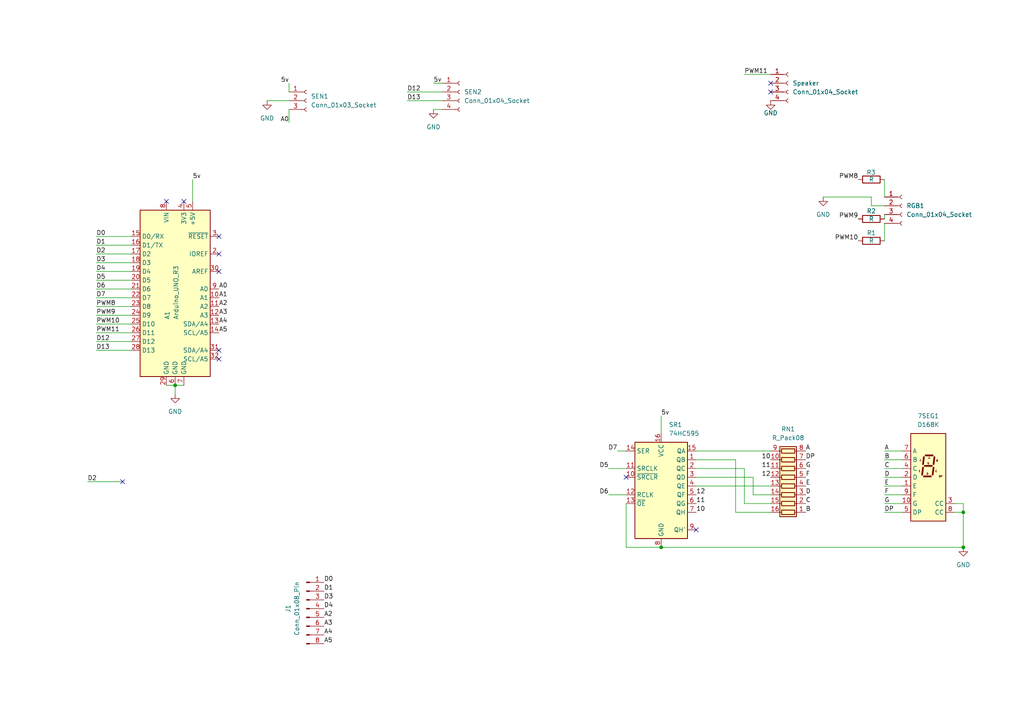
<source format=kicad_sch>
(kicad_sch
	(version 20250114)
	(generator "eeschema")
	(generator_version "9.0")
	(uuid "45faa4b6-6e0b-40c5-add5-d856cae8e335")
	(paper "A4")
	(lib_symbols
		(symbol "74xx:74HC595"
			(exclude_from_sim no)
			(in_bom yes)
			(on_board yes)
			(property "Reference" "U"
				(at -7.62 13.97 0)
				(effects
					(font
						(size 1.27 1.27)
					)
				)
			)
			(property "Value" "74HC595"
				(at -7.62 -16.51 0)
				(effects
					(font
						(size 1.27 1.27)
					)
				)
			)
			(property "Footprint" ""
				(at 0 0 0)
				(effects
					(font
						(size 1.27 1.27)
					)
					(hide yes)
				)
			)
			(property "Datasheet" "http://www.ti.com/lit/ds/symlink/sn74hc595.pdf"
				(at 0 0 0)
				(effects
					(font
						(size 1.27 1.27)
					)
					(hide yes)
				)
			)
			(property "Description" "8-bit serial in/out Shift Register 3-State Outputs"
				(at 0 0 0)
				(effects
					(font
						(size 1.27 1.27)
					)
					(hide yes)
				)
			)
			(property "ki_keywords" "HCMOS SR 3State"
				(at 0 0 0)
				(effects
					(font
						(size 1.27 1.27)
					)
					(hide yes)
				)
			)
			(property "ki_fp_filters" "DIP*W7.62mm* SOIC*3.9x9.9mm*P1.27mm* TSSOP*4.4x5mm*P0.65mm* SOIC*5.3x10.2mm*P1.27mm* SOIC*7.5x10.3mm*P1.27mm*"
				(at 0 0 0)
				(effects
					(font
						(size 1.27 1.27)
					)
					(hide yes)
				)
			)
			(symbol "74HC595_1_0"
				(pin input line
					(at -10.16 10.16 0)
					(length 2.54)
					(name "SER"
						(effects
							(font
								(size 1.27 1.27)
							)
						)
					)
					(number "14"
						(effects
							(font
								(size 1.27 1.27)
							)
						)
					)
				)
				(pin input line
					(at -10.16 5.08 0)
					(length 2.54)
					(name "SRCLK"
						(effects
							(font
								(size 1.27 1.27)
							)
						)
					)
					(number "11"
						(effects
							(font
								(size 1.27 1.27)
							)
						)
					)
				)
				(pin input line
					(at -10.16 2.54 0)
					(length 2.54)
					(name "~{SRCLR}"
						(effects
							(font
								(size 1.27 1.27)
							)
						)
					)
					(number "10"
						(effects
							(font
								(size 1.27 1.27)
							)
						)
					)
				)
				(pin input line
					(at -10.16 -2.54 0)
					(length 2.54)
					(name "RCLK"
						(effects
							(font
								(size 1.27 1.27)
							)
						)
					)
					(number "12"
						(effects
							(font
								(size 1.27 1.27)
							)
						)
					)
				)
				(pin input line
					(at -10.16 -5.08 0)
					(length 2.54)
					(name "~{OE}"
						(effects
							(font
								(size 1.27 1.27)
							)
						)
					)
					(number "13"
						(effects
							(font
								(size 1.27 1.27)
							)
						)
					)
				)
				(pin power_in line
					(at 0 15.24 270)
					(length 2.54)
					(name "VCC"
						(effects
							(font
								(size 1.27 1.27)
							)
						)
					)
					(number "16"
						(effects
							(font
								(size 1.27 1.27)
							)
						)
					)
				)
				(pin power_in line
					(at 0 -17.78 90)
					(length 2.54)
					(name "GND"
						(effects
							(font
								(size 1.27 1.27)
							)
						)
					)
					(number "8"
						(effects
							(font
								(size 1.27 1.27)
							)
						)
					)
				)
				(pin tri_state line
					(at 10.16 10.16 180)
					(length 2.54)
					(name "QA"
						(effects
							(font
								(size 1.27 1.27)
							)
						)
					)
					(number "15"
						(effects
							(font
								(size 1.27 1.27)
							)
						)
					)
				)
				(pin tri_state line
					(at 10.16 7.62 180)
					(length 2.54)
					(name "QB"
						(effects
							(font
								(size 1.27 1.27)
							)
						)
					)
					(number "1"
						(effects
							(font
								(size 1.27 1.27)
							)
						)
					)
				)
				(pin tri_state line
					(at 10.16 5.08 180)
					(length 2.54)
					(name "QC"
						(effects
							(font
								(size 1.27 1.27)
							)
						)
					)
					(number "2"
						(effects
							(font
								(size 1.27 1.27)
							)
						)
					)
				)
				(pin tri_state line
					(at 10.16 2.54 180)
					(length 2.54)
					(name "QD"
						(effects
							(font
								(size 1.27 1.27)
							)
						)
					)
					(number "3"
						(effects
							(font
								(size 1.27 1.27)
							)
						)
					)
				)
				(pin tri_state line
					(at 10.16 0 180)
					(length 2.54)
					(name "QE"
						(effects
							(font
								(size 1.27 1.27)
							)
						)
					)
					(number "4"
						(effects
							(font
								(size 1.27 1.27)
							)
						)
					)
				)
				(pin tri_state line
					(at 10.16 -2.54 180)
					(length 2.54)
					(name "QF"
						(effects
							(font
								(size 1.27 1.27)
							)
						)
					)
					(number "5"
						(effects
							(font
								(size 1.27 1.27)
							)
						)
					)
				)
				(pin tri_state line
					(at 10.16 -5.08 180)
					(length 2.54)
					(name "QG"
						(effects
							(font
								(size 1.27 1.27)
							)
						)
					)
					(number "6"
						(effects
							(font
								(size 1.27 1.27)
							)
						)
					)
				)
				(pin tri_state line
					(at 10.16 -7.62 180)
					(length 2.54)
					(name "QH"
						(effects
							(font
								(size 1.27 1.27)
							)
						)
					)
					(number "7"
						(effects
							(font
								(size 1.27 1.27)
							)
						)
					)
				)
				(pin output line
					(at 10.16 -12.7 180)
					(length 2.54)
					(name "QH'"
						(effects
							(font
								(size 1.27 1.27)
							)
						)
					)
					(number "9"
						(effects
							(font
								(size 1.27 1.27)
							)
						)
					)
				)
			)
			(symbol "74HC595_1_1"
				(rectangle
					(start -7.62 12.7)
					(end 7.62 -15.24)
					(stroke
						(width 0.254)
						(type default)
					)
					(fill
						(type background)
					)
				)
			)
			(embedded_fonts no)
		)
		(symbol "Connector:Conn_01x03_Socket"
			(pin_names
				(offset 1.016)
				(hide yes)
			)
			(exclude_from_sim no)
			(in_bom yes)
			(on_board yes)
			(property "Reference" "J"
				(at 0 5.08 0)
				(effects
					(font
						(size 1.27 1.27)
					)
				)
			)
			(property "Value" "Conn_01x03_Socket"
				(at 0 -5.08 0)
				(effects
					(font
						(size 1.27 1.27)
					)
				)
			)
			(property "Footprint" ""
				(at 0 0 0)
				(effects
					(font
						(size 1.27 1.27)
					)
					(hide yes)
				)
			)
			(property "Datasheet" "~"
				(at 0 0 0)
				(effects
					(font
						(size 1.27 1.27)
					)
					(hide yes)
				)
			)
			(property "Description" "Generic connector, single row, 01x03, script generated"
				(at 0 0 0)
				(effects
					(font
						(size 1.27 1.27)
					)
					(hide yes)
				)
			)
			(property "ki_locked" ""
				(at 0 0 0)
				(effects
					(font
						(size 1.27 1.27)
					)
				)
			)
			(property "ki_keywords" "connector"
				(at 0 0 0)
				(effects
					(font
						(size 1.27 1.27)
					)
					(hide yes)
				)
			)
			(property "ki_fp_filters" "Connector*:*_1x??_*"
				(at 0 0 0)
				(effects
					(font
						(size 1.27 1.27)
					)
					(hide yes)
				)
			)
			(symbol "Conn_01x03_Socket_1_1"
				(polyline
					(pts
						(xy -1.27 2.54) (xy -0.508 2.54)
					)
					(stroke
						(width 0.1524)
						(type default)
					)
					(fill
						(type none)
					)
				)
				(polyline
					(pts
						(xy -1.27 0) (xy -0.508 0)
					)
					(stroke
						(width 0.1524)
						(type default)
					)
					(fill
						(type none)
					)
				)
				(polyline
					(pts
						(xy -1.27 -2.54) (xy -0.508 -2.54)
					)
					(stroke
						(width 0.1524)
						(type default)
					)
					(fill
						(type none)
					)
				)
				(arc
					(start 0 2.032)
					(mid -0.5058 2.54)
					(end 0 3.048)
					(stroke
						(width 0.1524)
						(type default)
					)
					(fill
						(type none)
					)
				)
				(arc
					(start 0 -0.508)
					(mid -0.5058 0)
					(end 0 0.508)
					(stroke
						(width 0.1524)
						(type default)
					)
					(fill
						(type none)
					)
				)
				(arc
					(start 0 -3.048)
					(mid -0.5058 -2.54)
					(end 0 -2.032)
					(stroke
						(width 0.1524)
						(type default)
					)
					(fill
						(type none)
					)
				)
				(pin passive line
					(at -5.08 2.54 0)
					(length 3.81)
					(name "Pin_1"
						(effects
							(font
								(size 1.27 1.27)
							)
						)
					)
					(number "1"
						(effects
							(font
								(size 1.27 1.27)
							)
						)
					)
				)
				(pin passive line
					(at -5.08 0 0)
					(length 3.81)
					(name "Pin_2"
						(effects
							(font
								(size 1.27 1.27)
							)
						)
					)
					(number "2"
						(effects
							(font
								(size 1.27 1.27)
							)
						)
					)
				)
				(pin passive line
					(at -5.08 -2.54 0)
					(length 3.81)
					(name "Pin_3"
						(effects
							(font
								(size 1.27 1.27)
							)
						)
					)
					(number "3"
						(effects
							(font
								(size 1.27 1.27)
							)
						)
					)
				)
			)
			(embedded_fonts no)
		)
		(symbol "Connector:Conn_01x04_Socket"
			(pin_names
				(offset 1.016)
				(hide yes)
			)
			(exclude_from_sim no)
			(in_bom yes)
			(on_board yes)
			(property "Reference" "J"
				(at 0 5.08 0)
				(effects
					(font
						(size 1.27 1.27)
					)
				)
			)
			(property "Value" "Conn_01x04_Socket"
				(at 0 -7.62 0)
				(effects
					(font
						(size 1.27 1.27)
					)
				)
			)
			(property "Footprint" ""
				(at 0 0 0)
				(effects
					(font
						(size 1.27 1.27)
					)
					(hide yes)
				)
			)
			(property "Datasheet" "~"
				(at 0 0 0)
				(effects
					(font
						(size 1.27 1.27)
					)
					(hide yes)
				)
			)
			(property "Description" "Generic connector, single row, 01x04, script generated"
				(at 0 0 0)
				(effects
					(font
						(size 1.27 1.27)
					)
					(hide yes)
				)
			)
			(property "ki_locked" ""
				(at 0 0 0)
				(effects
					(font
						(size 1.27 1.27)
					)
				)
			)
			(property "ki_keywords" "connector"
				(at 0 0 0)
				(effects
					(font
						(size 1.27 1.27)
					)
					(hide yes)
				)
			)
			(property "ki_fp_filters" "Connector*:*_1x??_*"
				(at 0 0 0)
				(effects
					(font
						(size 1.27 1.27)
					)
					(hide yes)
				)
			)
			(symbol "Conn_01x04_Socket_1_1"
				(polyline
					(pts
						(xy -1.27 2.54) (xy -0.508 2.54)
					)
					(stroke
						(width 0.1524)
						(type default)
					)
					(fill
						(type none)
					)
				)
				(polyline
					(pts
						(xy -1.27 0) (xy -0.508 0)
					)
					(stroke
						(width 0.1524)
						(type default)
					)
					(fill
						(type none)
					)
				)
				(polyline
					(pts
						(xy -1.27 -2.54) (xy -0.508 -2.54)
					)
					(stroke
						(width 0.1524)
						(type default)
					)
					(fill
						(type none)
					)
				)
				(polyline
					(pts
						(xy -1.27 -5.08) (xy -0.508 -5.08)
					)
					(stroke
						(width 0.1524)
						(type default)
					)
					(fill
						(type none)
					)
				)
				(arc
					(start 0 2.032)
					(mid -0.5058 2.54)
					(end 0 3.048)
					(stroke
						(width 0.1524)
						(type default)
					)
					(fill
						(type none)
					)
				)
				(arc
					(start 0 -0.508)
					(mid -0.5058 0)
					(end 0 0.508)
					(stroke
						(width 0.1524)
						(type default)
					)
					(fill
						(type none)
					)
				)
				(arc
					(start 0 -3.048)
					(mid -0.5058 -2.54)
					(end 0 -2.032)
					(stroke
						(width 0.1524)
						(type default)
					)
					(fill
						(type none)
					)
				)
				(arc
					(start 0 -5.588)
					(mid -0.5058 -5.08)
					(end 0 -4.572)
					(stroke
						(width 0.1524)
						(type default)
					)
					(fill
						(type none)
					)
				)
				(pin passive line
					(at -5.08 2.54 0)
					(length 3.81)
					(name "Pin_1"
						(effects
							(font
								(size 1.27 1.27)
							)
						)
					)
					(number "1"
						(effects
							(font
								(size 1.27 1.27)
							)
						)
					)
				)
				(pin passive line
					(at -5.08 0 0)
					(length 3.81)
					(name "Pin_2"
						(effects
							(font
								(size 1.27 1.27)
							)
						)
					)
					(number "2"
						(effects
							(font
								(size 1.27 1.27)
							)
						)
					)
				)
				(pin passive line
					(at -5.08 -2.54 0)
					(length 3.81)
					(name "Pin_3"
						(effects
							(font
								(size 1.27 1.27)
							)
						)
					)
					(number "3"
						(effects
							(font
								(size 1.27 1.27)
							)
						)
					)
				)
				(pin passive line
					(at -5.08 -5.08 0)
					(length 3.81)
					(name "Pin_4"
						(effects
							(font
								(size 1.27 1.27)
							)
						)
					)
					(number "4"
						(effects
							(font
								(size 1.27 1.27)
							)
						)
					)
				)
			)
			(embedded_fonts no)
		)
		(symbol "Connector:Conn_01x08_Pin"
			(pin_names
				(offset 1.016)
				(hide yes)
			)
			(exclude_from_sim no)
			(in_bom yes)
			(on_board yes)
			(property "Reference" "J"
				(at 0 10.16 0)
				(effects
					(font
						(size 1.27 1.27)
					)
				)
			)
			(property "Value" "Conn_01x08_Pin"
				(at 0 -12.7 0)
				(effects
					(font
						(size 1.27 1.27)
					)
				)
			)
			(property "Footprint" ""
				(at 0 0 0)
				(effects
					(font
						(size 1.27 1.27)
					)
					(hide yes)
				)
			)
			(property "Datasheet" "~"
				(at 0 0 0)
				(effects
					(font
						(size 1.27 1.27)
					)
					(hide yes)
				)
			)
			(property "Description" "Generic connector, single row, 01x08, script generated"
				(at 0 0 0)
				(effects
					(font
						(size 1.27 1.27)
					)
					(hide yes)
				)
			)
			(property "ki_locked" ""
				(at 0 0 0)
				(effects
					(font
						(size 1.27 1.27)
					)
				)
			)
			(property "ki_keywords" "connector"
				(at 0 0 0)
				(effects
					(font
						(size 1.27 1.27)
					)
					(hide yes)
				)
			)
			(property "ki_fp_filters" "Connector*:*_1x??_*"
				(at 0 0 0)
				(effects
					(font
						(size 1.27 1.27)
					)
					(hide yes)
				)
			)
			(symbol "Conn_01x08_Pin_1_1"
				(rectangle
					(start 0.8636 7.747)
					(end 0 7.493)
					(stroke
						(width 0.1524)
						(type default)
					)
					(fill
						(type outline)
					)
				)
				(rectangle
					(start 0.8636 5.207)
					(end 0 4.953)
					(stroke
						(width 0.1524)
						(type default)
					)
					(fill
						(type outline)
					)
				)
				(rectangle
					(start 0.8636 2.667)
					(end 0 2.413)
					(stroke
						(width 0.1524)
						(type default)
					)
					(fill
						(type outline)
					)
				)
				(rectangle
					(start 0.8636 0.127)
					(end 0 -0.127)
					(stroke
						(width 0.1524)
						(type default)
					)
					(fill
						(type outline)
					)
				)
				(rectangle
					(start 0.8636 -2.413)
					(end 0 -2.667)
					(stroke
						(width 0.1524)
						(type default)
					)
					(fill
						(type outline)
					)
				)
				(rectangle
					(start 0.8636 -4.953)
					(end 0 -5.207)
					(stroke
						(width 0.1524)
						(type default)
					)
					(fill
						(type outline)
					)
				)
				(rectangle
					(start 0.8636 -7.493)
					(end 0 -7.747)
					(stroke
						(width 0.1524)
						(type default)
					)
					(fill
						(type outline)
					)
				)
				(rectangle
					(start 0.8636 -10.033)
					(end 0 -10.287)
					(stroke
						(width 0.1524)
						(type default)
					)
					(fill
						(type outline)
					)
				)
				(polyline
					(pts
						(xy 1.27 7.62) (xy 0.8636 7.62)
					)
					(stroke
						(width 0.1524)
						(type default)
					)
					(fill
						(type none)
					)
				)
				(polyline
					(pts
						(xy 1.27 5.08) (xy 0.8636 5.08)
					)
					(stroke
						(width 0.1524)
						(type default)
					)
					(fill
						(type none)
					)
				)
				(polyline
					(pts
						(xy 1.27 2.54) (xy 0.8636 2.54)
					)
					(stroke
						(width 0.1524)
						(type default)
					)
					(fill
						(type none)
					)
				)
				(polyline
					(pts
						(xy 1.27 0) (xy 0.8636 0)
					)
					(stroke
						(width 0.1524)
						(type default)
					)
					(fill
						(type none)
					)
				)
				(polyline
					(pts
						(xy 1.27 -2.54) (xy 0.8636 -2.54)
					)
					(stroke
						(width 0.1524)
						(type default)
					)
					(fill
						(type none)
					)
				)
				(polyline
					(pts
						(xy 1.27 -5.08) (xy 0.8636 -5.08)
					)
					(stroke
						(width 0.1524)
						(type default)
					)
					(fill
						(type none)
					)
				)
				(polyline
					(pts
						(xy 1.27 -7.62) (xy 0.8636 -7.62)
					)
					(stroke
						(width 0.1524)
						(type default)
					)
					(fill
						(type none)
					)
				)
				(polyline
					(pts
						(xy 1.27 -10.16) (xy 0.8636 -10.16)
					)
					(stroke
						(width 0.1524)
						(type default)
					)
					(fill
						(type none)
					)
				)
				(pin passive line
					(at 5.08 7.62 180)
					(length 3.81)
					(name "Pin_1"
						(effects
							(font
								(size 1.27 1.27)
							)
						)
					)
					(number "1"
						(effects
							(font
								(size 1.27 1.27)
							)
						)
					)
				)
				(pin passive line
					(at 5.08 5.08 180)
					(length 3.81)
					(name "Pin_2"
						(effects
							(font
								(size 1.27 1.27)
							)
						)
					)
					(number "2"
						(effects
							(font
								(size 1.27 1.27)
							)
						)
					)
				)
				(pin passive line
					(at 5.08 2.54 180)
					(length 3.81)
					(name "Pin_3"
						(effects
							(font
								(size 1.27 1.27)
							)
						)
					)
					(number "3"
						(effects
							(font
								(size 1.27 1.27)
							)
						)
					)
				)
				(pin passive line
					(at 5.08 0 180)
					(length 3.81)
					(name "Pin_4"
						(effects
							(font
								(size 1.27 1.27)
							)
						)
					)
					(number "4"
						(effects
							(font
								(size 1.27 1.27)
							)
						)
					)
				)
				(pin passive line
					(at 5.08 -2.54 180)
					(length 3.81)
					(name "Pin_5"
						(effects
							(font
								(size 1.27 1.27)
							)
						)
					)
					(number "5"
						(effects
							(font
								(size 1.27 1.27)
							)
						)
					)
				)
				(pin passive line
					(at 5.08 -5.08 180)
					(length 3.81)
					(name "Pin_6"
						(effects
							(font
								(size 1.27 1.27)
							)
						)
					)
					(number "6"
						(effects
							(font
								(size 1.27 1.27)
							)
						)
					)
				)
				(pin passive line
					(at 5.08 -7.62 180)
					(length 3.81)
					(name "Pin_7"
						(effects
							(font
								(size 1.27 1.27)
							)
						)
					)
					(number "7"
						(effects
							(font
								(size 1.27 1.27)
							)
						)
					)
				)
				(pin passive line
					(at 5.08 -10.16 180)
					(length 3.81)
					(name "Pin_8"
						(effects
							(font
								(size 1.27 1.27)
							)
						)
					)
					(number "8"
						(effects
							(font
								(size 1.27 1.27)
							)
						)
					)
				)
			)
			(embedded_fonts no)
		)
		(symbol "Device:R"
			(pin_numbers
				(hide yes)
			)
			(pin_names
				(offset 0)
			)
			(exclude_from_sim no)
			(in_bom yes)
			(on_board yes)
			(property "Reference" "R"
				(at 2.032 0 90)
				(effects
					(font
						(size 1.27 1.27)
					)
				)
			)
			(property "Value" "R"
				(at 0 0 90)
				(effects
					(font
						(size 1.27 1.27)
					)
				)
			)
			(property "Footprint" ""
				(at -1.778 0 90)
				(effects
					(font
						(size 1.27 1.27)
					)
					(hide yes)
				)
			)
			(property "Datasheet" "~"
				(at 0 0 0)
				(effects
					(font
						(size 1.27 1.27)
					)
					(hide yes)
				)
			)
			(property "Description" "Resistor"
				(at 0 0 0)
				(effects
					(font
						(size 1.27 1.27)
					)
					(hide yes)
				)
			)
			(property "ki_keywords" "R res resistor"
				(at 0 0 0)
				(effects
					(font
						(size 1.27 1.27)
					)
					(hide yes)
				)
			)
			(property "ki_fp_filters" "R_*"
				(at 0 0 0)
				(effects
					(font
						(size 1.27 1.27)
					)
					(hide yes)
				)
			)
			(symbol "R_0_1"
				(rectangle
					(start -1.016 -2.54)
					(end 1.016 2.54)
					(stroke
						(width 0.254)
						(type default)
					)
					(fill
						(type none)
					)
				)
			)
			(symbol "R_1_1"
				(pin passive line
					(at 0 3.81 270)
					(length 1.27)
					(name "~"
						(effects
							(font
								(size 1.27 1.27)
							)
						)
					)
					(number "1"
						(effects
							(font
								(size 1.27 1.27)
							)
						)
					)
				)
				(pin passive line
					(at 0 -3.81 90)
					(length 1.27)
					(name "~"
						(effects
							(font
								(size 1.27 1.27)
							)
						)
					)
					(number "2"
						(effects
							(font
								(size 1.27 1.27)
							)
						)
					)
				)
			)
			(embedded_fonts no)
		)
		(symbol "Device:R_Pack08"
			(pin_names
				(offset 0)
				(hide yes)
			)
			(exclude_from_sim no)
			(in_bom yes)
			(on_board yes)
			(property "Reference" "RN"
				(at -12.7 0 90)
				(effects
					(font
						(size 1.27 1.27)
					)
				)
			)
			(property "Value" "R_Pack08"
				(at 10.16 0 90)
				(effects
					(font
						(size 1.27 1.27)
					)
				)
			)
			(property "Footprint" ""
				(at 12.065 0 90)
				(effects
					(font
						(size 1.27 1.27)
					)
					(hide yes)
				)
			)
			(property "Datasheet" "~"
				(at 0 0 0)
				(effects
					(font
						(size 1.27 1.27)
					)
					(hide yes)
				)
			)
			(property "Description" "8 resistor network, parallel topology"
				(at 0 0 0)
				(effects
					(font
						(size 1.27 1.27)
					)
					(hide yes)
				)
			)
			(property "ki_keywords" "R network parallel topology isolated"
				(at 0 0 0)
				(effects
					(font
						(size 1.27 1.27)
					)
					(hide yes)
				)
			)
			(property "ki_fp_filters" "DIP* SOIC* R*Array*Concave* R*Array*Convex*"
				(at 0 0 0)
				(effects
					(font
						(size 1.27 1.27)
					)
					(hide yes)
				)
			)
			(symbol "R_Pack08_0_1"
				(rectangle
					(start -11.43 -2.413)
					(end 8.89 2.413)
					(stroke
						(width 0.254)
						(type default)
					)
					(fill
						(type background)
					)
				)
				(rectangle
					(start -10.795 1.905)
					(end -9.525 -1.905)
					(stroke
						(width 0.254)
						(type default)
					)
					(fill
						(type none)
					)
				)
				(polyline
					(pts
						(xy -10.16 1.905) (xy -10.16 2.54)
					)
					(stroke
						(width 0)
						(type default)
					)
					(fill
						(type none)
					)
				)
				(polyline
					(pts
						(xy -10.16 -2.54) (xy -10.16 -1.905)
					)
					(stroke
						(width 0)
						(type default)
					)
					(fill
						(type none)
					)
				)
				(rectangle
					(start -8.255 1.905)
					(end -6.985 -1.905)
					(stroke
						(width 0.254)
						(type default)
					)
					(fill
						(type none)
					)
				)
				(polyline
					(pts
						(xy -7.62 1.905) (xy -7.62 2.54)
					)
					(stroke
						(width 0)
						(type default)
					)
					(fill
						(type none)
					)
				)
				(polyline
					(pts
						(xy -7.62 -2.54) (xy -7.62 -1.905)
					)
					(stroke
						(width 0)
						(type default)
					)
					(fill
						(type none)
					)
				)
				(rectangle
					(start -5.715 1.905)
					(end -4.445 -1.905)
					(stroke
						(width 0.254)
						(type default)
					)
					(fill
						(type none)
					)
				)
				(polyline
					(pts
						(xy -5.08 1.905) (xy -5.08 2.54)
					)
					(stroke
						(width 0)
						(type default)
					)
					(fill
						(type none)
					)
				)
				(polyline
					(pts
						(xy -5.08 -2.54) (xy -5.08 -1.905)
					)
					(stroke
						(width 0)
						(type default)
					)
					(fill
						(type none)
					)
				)
				(rectangle
					(start -3.175 1.905)
					(end -1.905 -1.905)
					(stroke
						(width 0.254)
						(type default)
					)
					(fill
						(type none)
					)
				)
				(polyline
					(pts
						(xy -2.54 1.905) (xy -2.54 2.54)
					)
					(stroke
						(width 0)
						(type default)
					)
					(fill
						(type none)
					)
				)
				(polyline
					(pts
						(xy -2.54 -2.54) (xy -2.54 -1.905)
					)
					(stroke
						(width 0)
						(type default)
					)
					(fill
						(type none)
					)
				)
				(rectangle
					(start -0.635 1.905)
					(end 0.635 -1.905)
					(stroke
						(width 0.254)
						(type default)
					)
					(fill
						(type none)
					)
				)
				(polyline
					(pts
						(xy 0 1.905) (xy 0 2.54)
					)
					(stroke
						(width 0)
						(type default)
					)
					(fill
						(type none)
					)
				)
				(polyline
					(pts
						(xy 0 -2.54) (xy 0 -1.905)
					)
					(stroke
						(width 0)
						(type default)
					)
					(fill
						(type none)
					)
				)
				(rectangle
					(start 1.905 1.905)
					(end 3.175 -1.905)
					(stroke
						(width 0.254)
						(type default)
					)
					(fill
						(type none)
					)
				)
				(polyline
					(pts
						(xy 2.54 1.905) (xy 2.54 2.54)
					)
					(stroke
						(width 0)
						(type default)
					)
					(fill
						(type none)
					)
				)
				(polyline
					(pts
						(xy 2.54 -2.54) (xy 2.54 -1.905)
					)
					(stroke
						(width 0)
						(type default)
					)
					(fill
						(type none)
					)
				)
				(rectangle
					(start 4.445 1.905)
					(end 5.715 -1.905)
					(stroke
						(width 0.254)
						(type default)
					)
					(fill
						(type none)
					)
				)
				(polyline
					(pts
						(xy 5.08 1.905) (xy 5.08 2.54)
					)
					(stroke
						(width 0)
						(type default)
					)
					(fill
						(type none)
					)
				)
				(polyline
					(pts
						(xy 5.08 -2.54) (xy 5.08 -1.905)
					)
					(stroke
						(width 0)
						(type default)
					)
					(fill
						(type none)
					)
				)
				(rectangle
					(start 6.985 1.905)
					(end 8.255 -1.905)
					(stroke
						(width 0.254)
						(type default)
					)
					(fill
						(type none)
					)
				)
				(polyline
					(pts
						(xy 7.62 1.905) (xy 7.62 2.54)
					)
					(stroke
						(width 0)
						(type default)
					)
					(fill
						(type none)
					)
				)
				(polyline
					(pts
						(xy 7.62 -2.54) (xy 7.62 -1.905)
					)
					(stroke
						(width 0)
						(type default)
					)
					(fill
						(type none)
					)
				)
			)
			(symbol "R_Pack08_1_1"
				(pin passive line
					(at -10.16 5.08 270)
					(length 2.54)
					(name "R1.2"
						(effects
							(font
								(size 1.27 1.27)
							)
						)
					)
					(number "16"
						(effects
							(font
								(size 1.27 1.27)
							)
						)
					)
				)
				(pin passive line
					(at -10.16 -5.08 90)
					(length 2.54)
					(name "R1.1"
						(effects
							(font
								(size 1.27 1.27)
							)
						)
					)
					(number "1"
						(effects
							(font
								(size 1.27 1.27)
							)
						)
					)
				)
				(pin passive line
					(at -7.62 5.08 270)
					(length 2.54)
					(name "R2.2"
						(effects
							(font
								(size 1.27 1.27)
							)
						)
					)
					(number "15"
						(effects
							(font
								(size 1.27 1.27)
							)
						)
					)
				)
				(pin passive line
					(at -7.62 -5.08 90)
					(length 2.54)
					(name "R2.1"
						(effects
							(font
								(size 1.27 1.27)
							)
						)
					)
					(number "2"
						(effects
							(font
								(size 1.27 1.27)
							)
						)
					)
				)
				(pin passive line
					(at -5.08 5.08 270)
					(length 2.54)
					(name "R3.2"
						(effects
							(font
								(size 1.27 1.27)
							)
						)
					)
					(number "14"
						(effects
							(font
								(size 1.27 1.27)
							)
						)
					)
				)
				(pin passive line
					(at -5.08 -5.08 90)
					(length 2.54)
					(name "R3.1"
						(effects
							(font
								(size 1.27 1.27)
							)
						)
					)
					(number "3"
						(effects
							(font
								(size 1.27 1.27)
							)
						)
					)
				)
				(pin passive line
					(at -2.54 5.08 270)
					(length 2.54)
					(name "R4.2"
						(effects
							(font
								(size 1.27 1.27)
							)
						)
					)
					(number "13"
						(effects
							(font
								(size 1.27 1.27)
							)
						)
					)
				)
				(pin passive line
					(at -2.54 -5.08 90)
					(length 2.54)
					(name "R4.1"
						(effects
							(font
								(size 1.27 1.27)
							)
						)
					)
					(number "4"
						(effects
							(font
								(size 1.27 1.27)
							)
						)
					)
				)
				(pin passive line
					(at 0 5.08 270)
					(length 2.54)
					(name "R5.2"
						(effects
							(font
								(size 1.27 1.27)
							)
						)
					)
					(number "12"
						(effects
							(font
								(size 1.27 1.27)
							)
						)
					)
				)
				(pin passive line
					(at 0 -5.08 90)
					(length 2.54)
					(name "R5.1"
						(effects
							(font
								(size 1.27 1.27)
							)
						)
					)
					(number "5"
						(effects
							(font
								(size 1.27 1.27)
							)
						)
					)
				)
				(pin passive line
					(at 2.54 5.08 270)
					(length 2.54)
					(name "R6.2"
						(effects
							(font
								(size 1.27 1.27)
							)
						)
					)
					(number "11"
						(effects
							(font
								(size 1.27 1.27)
							)
						)
					)
				)
				(pin passive line
					(at 2.54 -5.08 90)
					(length 2.54)
					(name "R6.1"
						(effects
							(font
								(size 1.27 1.27)
							)
						)
					)
					(number "6"
						(effects
							(font
								(size 1.27 1.27)
							)
						)
					)
				)
				(pin passive line
					(at 5.08 5.08 270)
					(length 2.54)
					(name "R7.2"
						(effects
							(font
								(size 1.27 1.27)
							)
						)
					)
					(number "10"
						(effects
							(font
								(size 1.27 1.27)
							)
						)
					)
				)
				(pin passive line
					(at 5.08 -5.08 90)
					(length 2.54)
					(name "R7.1"
						(effects
							(font
								(size 1.27 1.27)
							)
						)
					)
					(number "7"
						(effects
							(font
								(size 1.27 1.27)
							)
						)
					)
				)
				(pin passive line
					(at 7.62 5.08 270)
					(length 2.54)
					(name "R8.2"
						(effects
							(font
								(size 1.27 1.27)
							)
						)
					)
					(number "9"
						(effects
							(font
								(size 1.27 1.27)
							)
						)
					)
				)
				(pin passive line
					(at 7.62 -5.08 90)
					(length 2.54)
					(name "R8.1"
						(effects
							(font
								(size 1.27 1.27)
							)
						)
					)
					(number "8"
						(effects
							(font
								(size 1.27 1.27)
							)
						)
					)
				)
			)
			(embedded_fonts no)
		)
		(symbol "Display_Character:D168K"
			(exclude_from_sim no)
			(in_bom yes)
			(on_board yes)
			(property "Reference" "U"
				(at -2.54 13.97 0)
				(effects
					(font
						(size 1.27 1.27)
					)
					(justify right)
				)
			)
			(property "Value" "D168K"
				(at 1.27 13.97 0)
				(effects
					(font
						(size 1.27 1.27)
					)
					(justify left)
				)
			)
			(property "Footprint" "Display_7Segment:D1X8K"
				(at 0 -15.24 0)
				(effects
					(font
						(size 1.27 1.27)
					)
					(hide yes)
				)
			)
			(property "Datasheet" "https://ia800903.us.archive.org/24/items/CTKD1x8K/Cromatek%20D168K.pdf"
				(at -12.7 12.065 0)
				(effects
					(font
						(size 1.27 1.27)
					)
					(justify left)
					(hide yes)
				)
			)
			(property "Description" "One digit 7 segment ultra bright red LED, low current, common cathode"
				(at 0 0 0)
				(effects
					(font
						(size 1.27 1.27)
					)
					(hide yes)
				)
			)
			(property "ki_keywords" "display LED 7-segment"
				(at 0 0 0)
				(effects
					(font
						(size 1.27 1.27)
					)
					(hide yes)
				)
			)
			(property "ki_fp_filters" "D1X8K*"
				(at 0 0 0)
				(effects
					(font
						(size 1.27 1.27)
					)
					(hide yes)
				)
			)
			(symbol "D168K_0_0"
				(text "E"
					(at -2.54 1.778 0)
					(effects
						(font
							(size 0.508 0.508)
						)
					)
				)
				(text "F"
					(at -2.286 4.826 0)
					(effects
						(font
							(size 0.508 0.508)
						)
					)
				)
				(text "D"
					(at -0.254 1.016 0)
					(effects
						(font
							(size 0.508 0.508)
						)
					)
				)
				(text "G"
					(at 0 4.064 0)
					(effects
						(font
							(size 0.508 0.508)
						)
					)
				)
				(text "A"
					(at 0.254 5.588 0)
					(effects
						(font
							(size 0.508 0.508)
						)
					)
				)
				(text "C"
					(at 2.286 1.778 0)
					(effects
						(font
							(size 0.508 0.508)
						)
					)
				)
				(text "B"
					(at 2.54 4.826 0)
					(effects
						(font
							(size 0.508 0.508)
						)
					)
				)
				(text "DP"
					(at 3.556 0.254 0)
					(effects
						(font
							(size 0.508 0.508)
						)
					)
				)
			)
			(symbol "D168K_0_1"
				(rectangle
					(start -5.08 12.7)
					(end 5.08 -12.7)
					(stroke
						(width 0.254)
						(type default)
					)
					(fill
						(type background)
					)
				)
				(polyline
					(pts
						(xy -1.524 2.794) (xy -1.778 0.762)
					)
					(stroke
						(width 0.508)
						(type default)
					)
					(fill
						(type none)
					)
				)
				(polyline
					(pts
						(xy -1.27 5.842) (xy -1.524 3.81)
					)
					(stroke
						(width 0.508)
						(type default)
					)
					(fill
						(type none)
					)
				)
				(polyline
					(pts
						(xy -1.27 0.254) (xy 0.762 0.254)
					)
					(stroke
						(width 0.508)
						(type default)
					)
					(fill
						(type none)
					)
				)
				(polyline
					(pts
						(xy -1.016 3.302) (xy 1.016 3.302)
					)
					(stroke
						(width 0.508)
						(type default)
					)
					(fill
						(type none)
					)
				)
				(polyline
					(pts
						(xy -0.762 6.35) (xy 1.27 6.35)
					)
					(stroke
						(width 0.508)
						(type default)
					)
					(fill
						(type none)
					)
				)
				(polyline
					(pts
						(xy 1.524 2.794) (xy 1.27 0.762)
					)
					(stroke
						(width 0.508)
						(type default)
					)
					(fill
						(type none)
					)
				)
				(polyline
					(pts
						(xy 1.778 5.842) (xy 1.524 3.81)
					)
					(stroke
						(width 0.508)
						(type default)
					)
					(fill
						(type none)
					)
				)
				(polyline
					(pts
						(xy 2.54 0.254) (xy 2.54 0.254)
					)
					(stroke
						(width 0.508)
						(type default)
					)
					(fill
						(type none)
					)
				)
			)
			(symbol "D168K_1_1"
				(pin input line
					(at -7.62 7.62 0)
					(length 2.54)
					(name "A"
						(effects
							(font
								(size 1.27 1.27)
							)
						)
					)
					(number "7"
						(effects
							(font
								(size 1.27 1.27)
							)
						)
					)
				)
				(pin input line
					(at -7.62 5.08 0)
					(length 2.54)
					(name "B"
						(effects
							(font
								(size 1.27 1.27)
							)
						)
					)
					(number "6"
						(effects
							(font
								(size 1.27 1.27)
							)
						)
					)
				)
				(pin input line
					(at -7.62 2.54 0)
					(length 2.54)
					(name "C"
						(effects
							(font
								(size 1.27 1.27)
							)
						)
					)
					(number "4"
						(effects
							(font
								(size 1.27 1.27)
							)
						)
					)
				)
				(pin input line
					(at -7.62 0 0)
					(length 2.54)
					(name "D"
						(effects
							(font
								(size 1.27 1.27)
							)
						)
					)
					(number "2"
						(effects
							(font
								(size 1.27 1.27)
							)
						)
					)
				)
				(pin input line
					(at -7.62 -2.54 0)
					(length 2.54)
					(name "E"
						(effects
							(font
								(size 1.27 1.27)
							)
						)
					)
					(number "1"
						(effects
							(font
								(size 1.27 1.27)
							)
						)
					)
				)
				(pin input line
					(at -7.62 -5.08 0)
					(length 2.54)
					(name "F"
						(effects
							(font
								(size 1.27 1.27)
							)
						)
					)
					(number "9"
						(effects
							(font
								(size 1.27 1.27)
							)
						)
					)
				)
				(pin input line
					(at -7.62 -7.62 0)
					(length 2.54)
					(name "G"
						(effects
							(font
								(size 1.27 1.27)
							)
						)
					)
					(number "10"
						(effects
							(font
								(size 1.27 1.27)
							)
						)
					)
				)
				(pin input line
					(at -7.62 -10.16 0)
					(length 2.54)
					(name "DP"
						(effects
							(font
								(size 1.27 1.27)
							)
						)
					)
					(number "5"
						(effects
							(font
								(size 1.27 1.27)
							)
						)
					)
				)
				(pin input line
					(at 7.62 -7.62 180)
					(length 2.54)
					(name "CC"
						(effects
							(font
								(size 1.27 1.27)
							)
						)
					)
					(number "3"
						(effects
							(font
								(size 1.27 1.27)
							)
						)
					)
				)
				(pin input line
					(at 7.62 -10.16 180)
					(length 2.54)
					(name "CC"
						(effects
							(font
								(size 1.27 1.27)
							)
						)
					)
					(number "8"
						(effects
							(font
								(size 1.27 1.27)
							)
						)
					)
				)
			)
			(embedded_fonts no)
		)
		(symbol "MCU_Module:Arduino_UNO_R3"
			(exclude_from_sim no)
			(in_bom yes)
			(on_board yes)
			(property "Reference" "A"
				(at -10.16 23.495 0)
				(effects
					(font
						(size 1.27 1.27)
					)
					(justify left bottom)
				)
			)
			(property "Value" "Arduino_UNO_R3"
				(at 5.08 -26.67 0)
				(effects
					(font
						(size 1.27 1.27)
					)
					(justify left top)
				)
			)
			(property "Footprint" "Module:Arduino_UNO_R3"
				(at 0 0 0)
				(effects
					(font
						(size 1.27 1.27)
						(italic yes)
					)
					(hide yes)
				)
			)
			(property "Datasheet" "https://www.arduino.cc/en/Main/arduinoBoardUno"
				(at 0 0 0)
				(effects
					(font
						(size 1.27 1.27)
					)
					(hide yes)
				)
			)
			(property "Description" "Arduino UNO Microcontroller Module, release 3"
				(at 0 0 0)
				(effects
					(font
						(size 1.27 1.27)
					)
					(hide yes)
				)
			)
			(property "ki_keywords" "Arduino UNO R3 Microcontroller Module Atmel AVR USB"
				(at 0 0 0)
				(effects
					(font
						(size 1.27 1.27)
					)
					(hide yes)
				)
			)
			(property "ki_fp_filters" "Arduino*UNO*R3*"
				(at 0 0 0)
				(effects
					(font
						(size 1.27 1.27)
					)
					(hide yes)
				)
			)
			(symbol "Arduino_UNO_R3_0_1"
				(rectangle
					(start -10.16 22.86)
					(end 10.16 -25.4)
					(stroke
						(width 0.254)
						(type default)
					)
					(fill
						(type background)
					)
				)
			)
			(symbol "Arduino_UNO_R3_1_1"
				(pin bidirectional line
					(at -12.7 15.24 0)
					(length 2.54)
					(name "D0/RX"
						(effects
							(font
								(size 1.27 1.27)
							)
						)
					)
					(number "15"
						(effects
							(font
								(size 1.27 1.27)
							)
						)
					)
				)
				(pin bidirectional line
					(at -12.7 12.7 0)
					(length 2.54)
					(name "D1/TX"
						(effects
							(font
								(size 1.27 1.27)
							)
						)
					)
					(number "16"
						(effects
							(font
								(size 1.27 1.27)
							)
						)
					)
				)
				(pin bidirectional line
					(at -12.7 10.16 0)
					(length 2.54)
					(name "D2"
						(effects
							(font
								(size 1.27 1.27)
							)
						)
					)
					(number "17"
						(effects
							(font
								(size 1.27 1.27)
							)
						)
					)
				)
				(pin bidirectional line
					(at -12.7 7.62 0)
					(length 2.54)
					(name "D3"
						(effects
							(font
								(size 1.27 1.27)
							)
						)
					)
					(number "18"
						(effects
							(font
								(size 1.27 1.27)
							)
						)
					)
				)
				(pin bidirectional line
					(at -12.7 5.08 0)
					(length 2.54)
					(name "D4"
						(effects
							(font
								(size 1.27 1.27)
							)
						)
					)
					(number "19"
						(effects
							(font
								(size 1.27 1.27)
							)
						)
					)
				)
				(pin bidirectional line
					(at -12.7 2.54 0)
					(length 2.54)
					(name "D5"
						(effects
							(font
								(size 1.27 1.27)
							)
						)
					)
					(number "20"
						(effects
							(font
								(size 1.27 1.27)
							)
						)
					)
				)
				(pin bidirectional line
					(at -12.7 0 0)
					(length 2.54)
					(name "D6"
						(effects
							(font
								(size 1.27 1.27)
							)
						)
					)
					(number "21"
						(effects
							(font
								(size 1.27 1.27)
							)
						)
					)
				)
				(pin bidirectional line
					(at -12.7 -2.54 0)
					(length 2.54)
					(name "D7"
						(effects
							(font
								(size 1.27 1.27)
							)
						)
					)
					(number "22"
						(effects
							(font
								(size 1.27 1.27)
							)
						)
					)
				)
				(pin bidirectional line
					(at -12.7 -5.08 0)
					(length 2.54)
					(name "D8"
						(effects
							(font
								(size 1.27 1.27)
							)
						)
					)
					(number "23"
						(effects
							(font
								(size 1.27 1.27)
							)
						)
					)
				)
				(pin bidirectional line
					(at -12.7 -7.62 0)
					(length 2.54)
					(name "D9"
						(effects
							(font
								(size 1.27 1.27)
							)
						)
					)
					(number "24"
						(effects
							(font
								(size 1.27 1.27)
							)
						)
					)
				)
				(pin bidirectional line
					(at -12.7 -10.16 0)
					(length 2.54)
					(name "D10"
						(effects
							(font
								(size 1.27 1.27)
							)
						)
					)
					(number "25"
						(effects
							(font
								(size 1.27 1.27)
							)
						)
					)
				)
				(pin bidirectional line
					(at -12.7 -12.7 0)
					(length 2.54)
					(name "D11"
						(effects
							(font
								(size 1.27 1.27)
							)
						)
					)
					(number "26"
						(effects
							(font
								(size 1.27 1.27)
							)
						)
					)
				)
				(pin bidirectional line
					(at -12.7 -15.24 0)
					(length 2.54)
					(name "D12"
						(effects
							(font
								(size 1.27 1.27)
							)
						)
					)
					(number "27"
						(effects
							(font
								(size 1.27 1.27)
							)
						)
					)
				)
				(pin bidirectional line
					(at -12.7 -17.78 0)
					(length 2.54)
					(name "D13"
						(effects
							(font
								(size 1.27 1.27)
							)
						)
					)
					(number "28"
						(effects
							(font
								(size 1.27 1.27)
							)
						)
					)
				)
				(pin no_connect line
					(at -10.16 -20.32 0)
					(length 2.54)
					(hide yes)
					(name "NC"
						(effects
							(font
								(size 1.27 1.27)
							)
						)
					)
					(number "1"
						(effects
							(font
								(size 1.27 1.27)
							)
						)
					)
				)
				(pin power_in line
					(at -2.54 25.4 270)
					(length 2.54)
					(name "VIN"
						(effects
							(font
								(size 1.27 1.27)
							)
						)
					)
					(number "8"
						(effects
							(font
								(size 1.27 1.27)
							)
						)
					)
				)
				(pin power_in line
					(at -2.54 -27.94 90)
					(length 2.54)
					(name "GND"
						(effects
							(font
								(size 1.27 1.27)
							)
						)
					)
					(number "29"
						(effects
							(font
								(size 1.27 1.27)
							)
						)
					)
				)
				(pin power_in line
					(at 0 -27.94 90)
					(length 2.54)
					(name "GND"
						(effects
							(font
								(size 1.27 1.27)
							)
						)
					)
					(number "6"
						(effects
							(font
								(size 1.27 1.27)
							)
						)
					)
				)
				(pin power_out line
					(at 2.54 25.4 270)
					(length 2.54)
					(name "3V3"
						(effects
							(font
								(size 1.27 1.27)
							)
						)
					)
					(number "4"
						(effects
							(font
								(size 1.27 1.27)
							)
						)
					)
				)
				(pin power_in line
					(at 2.54 -27.94 90)
					(length 2.54)
					(name "GND"
						(effects
							(font
								(size 1.27 1.27)
							)
						)
					)
					(number "7"
						(effects
							(font
								(size 1.27 1.27)
							)
						)
					)
				)
				(pin power_out line
					(at 5.08 25.4 270)
					(length 2.54)
					(name "+5V"
						(effects
							(font
								(size 1.27 1.27)
							)
						)
					)
					(number "5"
						(effects
							(font
								(size 1.27 1.27)
							)
						)
					)
				)
				(pin input line
					(at 12.7 15.24 180)
					(length 2.54)
					(name "~{RESET}"
						(effects
							(font
								(size 1.27 1.27)
							)
						)
					)
					(number "3"
						(effects
							(font
								(size 1.27 1.27)
							)
						)
					)
				)
				(pin output line
					(at 12.7 10.16 180)
					(length 2.54)
					(name "IOREF"
						(effects
							(font
								(size 1.27 1.27)
							)
						)
					)
					(number "2"
						(effects
							(font
								(size 1.27 1.27)
							)
						)
					)
				)
				(pin input line
					(at 12.7 5.08 180)
					(length 2.54)
					(name "AREF"
						(effects
							(font
								(size 1.27 1.27)
							)
						)
					)
					(number "30"
						(effects
							(font
								(size 1.27 1.27)
							)
						)
					)
				)
				(pin bidirectional line
					(at 12.7 0 180)
					(length 2.54)
					(name "A0"
						(effects
							(font
								(size 1.27 1.27)
							)
						)
					)
					(number "9"
						(effects
							(font
								(size 1.27 1.27)
							)
						)
					)
				)
				(pin bidirectional line
					(at 12.7 -2.54 180)
					(length 2.54)
					(name "A1"
						(effects
							(font
								(size 1.27 1.27)
							)
						)
					)
					(number "10"
						(effects
							(font
								(size 1.27 1.27)
							)
						)
					)
				)
				(pin bidirectional line
					(at 12.7 -5.08 180)
					(length 2.54)
					(name "A2"
						(effects
							(font
								(size 1.27 1.27)
							)
						)
					)
					(number "11"
						(effects
							(font
								(size 1.27 1.27)
							)
						)
					)
				)
				(pin bidirectional line
					(at 12.7 -7.62 180)
					(length 2.54)
					(name "A3"
						(effects
							(font
								(size 1.27 1.27)
							)
						)
					)
					(number "12"
						(effects
							(font
								(size 1.27 1.27)
							)
						)
					)
				)
				(pin bidirectional line
					(at 12.7 -10.16 180)
					(length 2.54)
					(name "SDA/A4"
						(effects
							(font
								(size 1.27 1.27)
							)
						)
					)
					(number "13"
						(effects
							(font
								(size 1.27 1.27)
							)
						)
					)
				)
				(pin bidirectional line
					(at 12.7 -12.7 180)
					(length 2.54)
					(name "SCL/A5"
						(effects
							(font
								(size 1.27 1.27)
							)
						)
					)
					(number "14"
						(effects
							(font
								(size 1.27 1.27)
							)
						)
					)
				)
				(pin bidirectional line
					(at 12.7 -17.78 180)
					(length 2.54)
					(name "SDA/A4"
						(effects
							(font
								(size 1.27 1.27)
							)
						)
					)
					(number "31"
						(effects
							(font
								(size 1.27 1.27)
							)
						)
					)
				)
				(pin bidirectional line
					(at 12.7 -20.32 180)
					(length 2.54)
					(name "SCL/A5"
						(effects
							(font
								(size 1.27 1.27)
							)
						)
					)
					(number "32"
						(effects
							(font
								(size 1.27 1.27)
							)
						)
					)
				)
			)
			(embedded_fonts no)
		)
		(symbol "power:GND"
			(power)
			(pin_names
				(offset 0)
			)
			(exclude_from_sim no)
			(in_bom yes)
			(on_board yes)
			(property "Reference" "#PWR"
				(at 0 -6.35 0)
				(effects
					(font
						(size 1.27 1.27)
					)
					(hide yes)
				)
			)
			(property "Value" "GND"
				(at 0 -3.81 0)
				(effects
					(font
						(size 1.27 1.27)
					)
				)
			)
			(property "Footprint" ""
				(at 0 0 0)
				(effects
					(font
						(size 1.27 1.27)
					)
					(hide yes)
				)
			)
			(property "Datasheet" ""
				(at 0 0 0)
				(effects
					(font
						(size 1.27 1.27)
					)
					(hide yes)
				)
			)
			(property "Description" "Power symbol creates a global label with name \"GND\" , ground"
				(at 0 0 0)
				(effects
					(font
						(size 1.27 1.27)
					)
					(hide yes)
				)
			)
			(property "ki_keywords" "power-flag"
				(at 0 0 0)
				(effects
					(font
						(size 1.27 1.27)
					)
					(hide yes)
				)
			)
			(symbol "GND_0_1"
				(polyline
					(pts
						(xy 0 0) (xy 0 -1.27) (xy 1.27 -1.27) (xy 0 -2.54) (xy -1.27 -1.27) (xy 0 -1.27)
					)
					(stroke
						(width 0)
						(type default)
					)
					(fill
						(type none)
					)
				)
			)
			(symbol "GND_1_1"
				(pin power_in line
					(at 0 0 270)
					(length 0)
					(hide yes)
					(name "GND"
						(effects
							(font
								(size 1.27 1.27)
							)
						)
					)
					(number "1"
						(effects
							(font
								(size 1.27 1.27)
							)
						)
					)
				)
			)
			(embedded_fonts no)
		)
	)
	(junction
		(at 279.4 158.75)
		(diameter 0)
		(color 0 0 0 0)
		(uuid "19e3cdda-1295-4d09-8d3f-4afa91acaa53")
	)
	(junction
		(at 50.8 111.76)
		(diameter 0)
		(color 0 0 0 0)
		(uuid "2ca009a4-d295-46ab-ae11-060f1e777258")
	)
	(junction
		(at 279.4 148.59)
		(diameter 0)
		(color 0 0 0 0)
		(uuid "842a43af-b907-4c82-bf91-2d088e032349")
	)
	(junction
		(at 191.77 158.75)
		(diameter 0)
		(color 0 0 0 0)
		(uuid "fdeb050e-d300-4b15-9f17-34f8e536557d")
	)
	(no_connect
		(at 181.61 138.43)
		(uuid "0224deef-58f8-4993-ab2b-38227da816b4")
	)
	(no_connect
		(at 63.5 73.66)
		(uuid "025be132-6819-4c3c-a36d-f88d27aa0e0d")
	)
	(no_connect
		(at 53.34 58.42)
		(uuid "17f41216-6e5f-47f8-8ad3-ab209c419128")
	)
	(no_connect
		(at 223.52 26.67)
		(uuid "26e7f813-de92-4eb2-8a17-8ed1c11631d9")
	)
	(no_connect
		(at 63.5 68.58)
		(uuid "2858be6b-c1be-44fd-b255-ef745a302c40")
	)
	(no_connect
		(at 63.5 104.14)
		(uuid "3c90c58a-0c3d-4d27-bc58-56da5cb961f7")
	)
	(no_connect
		(at 63.5 101.6)
		(uuid "6d4ba3d6-dbb4-483b-9ce6-f8df4065ea89")
	)
	(no_connect
		(at 201.93 153.67)
		(uuid "73688cbc-932f-47eb-afa3-4150b363b432")
	)
	(no_connect
		(at 223.52 24.13)
		(uuid "80942f26-9a6a-443b-99df-c21e3be0b157")
	)
	(no_connect
		(at 63.5 78.74)
		(uuid "b345e789-b8fe-47e9-add5-af27cd30f7c8")
	)
	(no_connect
		(at 48.26 58.42)
		(uuid "f60b6f78-77ac-4873-b345-68e542823485")
	)
	(no_connect
		(at 35.56 139.7)
		(uuid "fdc05bd6-d1f1-437b-b36c-58c9d7aa9a81")
	)
	(wire
		(pts
			(xy 191.77 158.75) (xy 279.4 158.75)
		)
		(stroke
			(width 0)
			(type default)
		)
		(uuid "025df18e-066a-4b41-8958-40d2ca301657")
	)
	(wire
		(pts
			(xy 125.73 24.13) (xy 128.27 24.13)
		)
		(stroke
			(width 0)
			(type default)
		)
		(uuid "0449469f-1b89-45a8-8c8e-a7a3cbb0bdf8")
	)
	(wire
		(pts
			(xy 279.4 158.75) (xy 279.4 148.59)
		)
		(stroke
			(width 0)
			(type default)
		)
		(uuid "04a7b641-e009-417f-892e-f44f289ef6fb")
	)
	(wire
		(pts
			(xy 181.61 146.05) (xy 181.61 158.75)
		)
		(stroke
			(width 0)
			(type default)
		)
		(uuid "06184adf-ee2f-4f4d-bd1e-b65cf2c261e6")
	)
	(wire
		(pts
			(xy 25.4 139.7) (xy 35.56 139.7)
		)
		(stroke
			(width 0)
			(type default)
		)
		(uuid "0ab85731-5195-4e67-95d4-210be3c29124")
	)
	(wire
		(pts
			(xy 256.54 143.51) (xy 261.62 143.51)
		)
		(stroke
			(width 0)
			(type default)
		)
		(uuid "17a6ecfd-a594-481d-8dab-2b31ee38cc98")
	)
	(wire
		(pts
			(xy 252.73 59.69) (xy 252.73 57.15)
		)
		(stroke
			(width 0)
			(type default)
		)
		(uuid "18637e2e-de96-48fb-8dd8-60a0c8ad0f2a")
	)
	(wire
		(pts
			(xy 55.88 52.07) (xy 55.88 58.42)
		)
		(stroke
			(width 0)
			(type default)
		)
		(uuid "1af8b8ae-6c12-448e-a5fb-33ff6bb8dfe9")
	)
	(wire
		(pts
			(xy 27.94 81.28) (xy 38.1 81.28)
		)
		(stroke
			(width 0)
			(type default)
		)
		(uuid "1e0c1910-934c-4b68-a8e3-6e2e7216ecda")
	)
	(wire
		(pts
			(xy 276.86 146.05) (xy 279.4 146.05)
		)
		(stroke
			(width 0)
			(type default)
		)
		(uuid "1ff177d2-c075-4046-974a-a5d0226454d1")
	)
	(wire
		(pts
			(xy 27.94 76.2) (xy 38.1 76.2)
		)
		(stroke
			(width 0)
			(type default)
		)
		(uuid "2572ee71-cb79-4710-b920-95c3efe510eb")
	)
	(wire
		(pts
			(xy 252.73 57.15) (xy 238.76 57.15)
		)
		(stroke
			(width 0)
			(type default)
		)
		(uuid "280f1e73-7241-4338-a8f2-49bbe097ab40")
	)
	(wire
		(pts
			(xy 279.4 146.05) (xy 279.4 148.59)
		)
		(stroke
			(width 0)
			(type default)
		)
		(uuid "2b744929-25b0-4825-9c59-77c6e244a2ae")
	)
	(wire
		(pts
			(xy 53.34 111.76) (xy 50.8 111.76)
		)
		(stroke
			(width 0)
			(type default)
		)
		(uuid "2cda6a22-7960-462d-b7f4-b7b36910441e")
	)
	(wire
		(pts
			(xy 50.8 111.76) (xy 50.8 114.3)
		)
		(stroke
			(width 0)
			(type default)
		)
		(uuid "335e864b-ea75-4831-bad4-c4581164ca68")
	)
	(wire
		(pts
			(xy 256.54 146.05) (xy 261.62 146.05)
		)
		(stroke
			(width 0)
			(type default)
		)
		(uuid "366d83e1-705b-4ec9-9861-16dff388fa62")
	)
	(wire
		(pts
			(xy 191.77 120.65) (xy 191.77 125.73)
		)
		(stroke
			(width 0)
			(type default)
		)
		(uuid "3a5720b6-cbc0-4c27-a355-5a610638da88")
	)
	(wire
		(pts
			(xy 201.93 130.81) (xy 223.52 130.81)
		)
		(stroke
			(width 0)
			(type default)
		)
		(uuid "3ac0c759-b649-42ba-8648-85b69e2a3087")
	)
	(wire
		(pts
			(xy 27.94 83.82) (xy 38.1 83.82)
		)
		(stroke
			(width 0)
			(type default)
		)
		(uuid "3ea32262-48c9-4880-a6da-04e4d8d726b5")
	)
	(wire
		(pts
			(xy 256.54 52.07) (xy 256.54 57.15)
		)
		(stroke
			(width 0)
			(type default)
		)
		(uuid "3f4d202f-4376-4cb8-bd72-44733868122e")
	)
	(wire
		(pts
			(xy 125.73 31.75) (xy 128.27 31.75)
		)
		(stroke
			(width 0)
			(type default)
		)
		(uuid "405b0b9d-7e10-47c6-b7ca-17929302b657")
	)
	(wire
		(pts
			(xy 218.44 138.43) (xy 218.44 143.51)
		)
		(stroke
			(width 0)
			(type default)
		)
		(uuid "454086d6-b331-4489-8e12-d102f5b9af93")
	)
	(wire
		(pts
			(xy 256.54 135.89) (xy 261.62 135.89)
		)
		(stroke
			(width 0)
			(type default)
		)
		(uuid "475a88c9-8a3b-4fb1-8b33-5775bee84897")
	)
	(wire
		(pts
			(xy 27.94 99.06) (xy 38.1 99.06)
		)
		(stroke
			(width 0)
			(type default)
		)
		(uuid "49322968-50d5-4b4f-98d2-c3511104a94e")
	)
	(wire
		(pts
			(xy 215.9 135.89) (xy 215.9 146.05)
		)
		(stroke
			(width 0)
			(type default)
		)
		(uuid "49f88a24-c26f-4df5-a718-d1adc573ad07")
	)
	(wire
		(pts
			(xy 201.93 135.89) (xy 215.9 135.89)
		)
		(stroke
			(width 0)
			(type default)
		)
		(uuid "4e525495-7d5c-4641-af96-3aa960c28ee3")
	)
	(wire
		(pts
			(xy 27.94 88.9) (xy 38.1 88.9)
		)
		(stroke
			(width 0)
			(type default)
		)
		(uuid "4f524703-7203-4382-be01-e0c15ea79612")
	)
	(wire
		(pts
			(xy 215.9 146.05) (xy 223.52 146.05)
		)
		(stroke
			(width 0)
			(type default)
		)
		(uuid "4f789a1b-fcc3-4b43-93cf-9a9c2b8250aa")
	)
	(wire
		(pts
			(xy 27.94 73.66) (xy 38.1 73.66)
		)
		(stroke
			(width 0)
			(type default)
		)
		(uuid "5d7e804e-67d0-4b7a-825e-83a3a2b61e53")
	)
	(wire
		(pts
			(xy 256.54 148.59) (xy 261.62 148.59)
		)
		(stroke
			(width 0)
			(type default)
		)
		(uuid "6207a6cf-ea3e-4162-befe-3f8938df6d3b")
	)
	(wire
		(pts
			(xy 215.9 21.59) (xy 223.52 21.59)
		)
		(stroke
			(width 0)
			(type default)
		)
		(uuid "686c8fc4-5ddf-4fa8-8bfd-8b1752bf367b")
	)
	(wire
		(pts
			(xy 118.11 26.67) (xy 128.27 26.67)
		)
		(stroke
			(width 0)
			(type default)
		)
		(uuid "6a8a3384-7a26-48d3-929b-e8b26da991d0")
	)
	(wire
		(pts
			(xy 179.07 130.81) (xy 181.61 130.81)
		)
		(stroke
			(width 0)
			(type default)
		)
		(uuid "6c7f34de-311f-4a4e-85a7-ba285e7e77b8")
	)
	(wire
		(pts
			(xy 256.54 130.81) (xy 261.62 130.81)
		)
		(stroke
			(width 0)
			(type default)
		)
		(uuid "72723bd9-a05f-431d-84b7-e64c8cab97be")
	)
	(wire
		(pts
			(xy 27.94 101.6) (xy 38.1 101.6)
		)
		(stroke
			(width 0)
			(type default)
		)
		(uuid "79e9994b-2bb4-4a03-8fe1-8cc12b5a454a")
	)
	(wire
		(pts
			(xy 191.77 158.75) (xy 181.61 158.75)
		)
		(stroke
			(width 0)
			(type default)
		)
		(uuid "80a7a59f-196b-417a-af14-d0f1954007c3")
	)
	(wire
		(pts
			(xy 256.54 133.35) (xy 261.62 133.35)
		)
		(stroke
			(width 0)
			(type default)
		)
		(uuid "826b7fc5-b9ee-4bec-89fd-6a0a5ab488c2")
	)
	(wire
		(pts
			(xy 276.86 148.59) (xy 279.4 148.59)
		)
		(stroke
			(width 0)
			(type default)
		)
		(uuid "879cec3f-c4bc-41a0-917d-90562367deae")
	)
	(wire
		(pts
			(xy 27.94 71.12) (xy 38.1 71.12)
		)
		(stroke
			(width 0)
			(type default)
		)
		(uuid "894ac69a-b3eb-4efc-af7f-33add8e06775")
	)
	(wire
		(pts
			(xy 213.36 133.35) (xy 213.36 148.59)
		)
		(stroke
			(width 0)
			(type default)
		)
		(uuid "8a54a2f0-f1ca-40a8-b2c4-8333a6885bd2")
	)
	(wire
		(pts
			(xy 176.53 143.51) (xy 181.61 143.51)
		)
		(stroke
			(width 0)
			(type default)
		)
		(uuid "926a8d7e-12e0-46cb-9a21-d460736605e4")
	)
	(wire
		(pts
			(xy 77.47 29.21) (xy 83.82 29.21)
		)
		(stroke
			(width 0)
			(type default)
		)
		(uuid "931c7a76-6fe2-4f41-85eb-b45b7b660c20")
	)
	(wire
		(pts
			(xy 213.36 148.59) (xy 223.52 148.59)
		)
		(stroke
			(width 0)
			(type default)
		)
		(uuid "942a67df-3f9e-460b-899e-a194ceffd72a")
	)
	(wire
		(pts
			(xy 27.94 68.58) (xy 38.1 68.58)
		)
		(stroke
			(width 0)
			(type default)
		)
		(uuid "997bba2c-ab58-455b-94b8-3b703d2bcb27")
	)
	(wire
		(pts
			(xy 83.82 24.13) (xy 83.82 26.67)
		)
		(stroke
			(width 0)
			(type default)
		)
		(uuid "9d4f3639-ae7b-4731-b11e-fc5d8c6a9a5a")
	)
	(wire
		(pts
			(xy 256.54 59.69) (xy 252.73 59.69)
		)
		(stroke
			(width 0)
			(type default)
		)
		(uuid "9dd8a07f-4561-49b7-8dd7-214c3f6c5486")
	)
	(wire
		(pts
			(xy 27.94 96.52) (xy 38.1 96.52)
		)
		(stroke
			(width 0)
			(type default)
		)
		(uuid "a05ffd0b-d887-473b-8962-535361f06aaa")
	)
	(wire
		(pts
			(xy 201.93 140.97) (xy 223.52 140.97)
		)
		(stroke
			(width 0)
			(type default)
		)
		(uuid "a0ffccf7-8ec8-4d0c-ab89-4e57138d64a4")
	)
	(wire
		(pts
			(xy 218.44 143.51) (xy 223.52 143.51)
		)
		(stroke
			(width 0)
			(type default)
		)
		(uuid "a2ef2c16-aa07-4474-a49d-98d3c87108bf")
	)
	(wire
		(pts
			(xy 83.82 35.56) (xy 83.82 31.75)
		)
		(stroke
			(width 0)
			(type default)
		)
		(uuid "a8f1d7d9-a7f5-4ac2-8e27-f3c7e2b9416f")
	)
	(wire
		(pts
			(xy 256.54 140.97) (xy 261.62 140.97)
		)
		(stroke
			(width 0)
			(type default)
		)
		(uuid "b3799b74-1281-48d9-8bf6-24fb5f8e4747")
	)
	(wire
		(pts
			(xy 201.93 138.43) (xy 218.44 138.43)
		)
		(stroke
			(width 0)
			(type default)
		)
		(uuid "b7ad5f58-3c9b-4ccd-a9fc-097b588699a2")
	)
	(wire
		(pts
			(xy 256.54 138.43) (xy 261.62 138.43)
		)
		(stroke
			(width 0)
			(type default)
		)
		(uuid "c3201b14-bbd5-4030-bb2f-8016101c0b68")
	)
	(wire
		(pts
			(xy 27.94 93.98) (xy 38.1 93.98)
		)
		(stroke
			(width 0)
			(type default)
		)
		(uuid "c842e035-a788-4378-8f12-30704f290eb4")
	)
	(wire
		(pts
			(xy 27.94 86.36) (xy 38.1 86.36)
		)
		(stroke
			(width 0)
			(type default)
		)
		(uuid "d6035e60-fec6-4e50-941c-aa0aa8f34ec9")
	)
	(wire
		(pts
			(xy 48.26 111.76) (xy 50.8 111.76)
		)
		(stroke
			(width 0)
			(type default)
		)
		(uuid "e0e00135-5b3e-4d8b-84a7-223cf662f7d1")
	)
	(wire
		(pts
			(xy 118.11 29.21) (xy 128.27 29.21)
		)
		(stroke
			(width 0)
			(type default)
		)
		(uuid "e2ca6306-3726-440f-82f4-bf8ed827955f")
	)
	(wire
		(pts
			(xy 256.54 64.77) (xy 256.54 69.85)
		)
		(stroke
			(width 0)
			(type default)
		)
		(uuid "ea24e815-513b-48f7-bbe9-b540ac0c58b3")
	)
	(wire
		(pts
			(xy 176.53 135.89) (xy 181.61 135.89)
		)
		(stroke
			(width 0)
			(type default)
		)
		(uuid "f1b095c7-d605-4883-9c6d-85b36c8eb718")
	)
	(wire
		(pts
			(xy 256.54 62.23) (xy 256.54 63.5)
		)
		(stroke
			(width 0)
			(type default)
		)
		(uuid "f1b45c50-08d9-48a6-90f5-90127df4fe99")
	)
	(wire
		(pts
			(xy 201.93 133.35) (xy 213.36 133.35)
		)
		(stroke
			(width 0)
			(type default)
		)
		(uuid "f4a38aa4-6a56-4c27-bffc-2f31b4d04e00")
	)
	(wire
		(pts
			(xy 27.94 91.44) (xy 38.1 91.44)
		)
		(stroke
			(width 0)
			(type default)
		)
		(uuid "fc6ccd59-905c-4a14-83ea-f56f859c0b62")
	)
	(wire
		(pts
			(xy 27.94 78.74) (xy 38.1 78.74)
		)
		(stroke
			(width 0)
			(type default)
		)
		(uuid "ff1e0c07-020c-4332-b04f-787958cceb2d")
	)
	(label "DP"
		(at 233.68 133.35 0)
		(effects
			(font
				(size 1.27 1.27)
			)
			(justify left bottom)
		)
		(uuid "017a5f9b-260d-4ff9-94af-2fa9b927bfa1")
	)
	(label "F"
		(at 233.68 138.43 0)
		(effects
			(font
				(size 1.27 1.27)
			)
			(justify left bottom)
		)
		(uuid "024a87c3-eea0-4c5e-b215-851db8c55c2c")
	)
	(label "A4"
		(at 93.98 184.15 0)
		(effects
			(font
				(size 1.27 1.27)
			)
			(justify left bottom)
		)
		(uuid "07984f81-1090-43d0-a13a-f18914f11128")
	)
	(label "PWM8"
		(at 27.94 88.9 0)
		(effects
			(font
				(size 1.27 1.27)
			)
			(justify left bottom)
		)
		(uuid "1741e589-2f1c-4472-a0a8-353e623477a0")
	)
	(label "PWM8"
		(at 248.92 52.07 180)
		(effects
			(font
				(size 1.27 1.27)
			)
			(justify right bottom)
		)
		(uuid "1b9e75fb-ec33-4363-ab00-48b136d04b79")
	)
	(label "D12"
		(at 27.94 99.06 0)
		(effects
			(font
				(size 1.27 1.27)
			)
			(justify left bottom)
		)
		(uuid "24aba027-64d2-419c-93d8-1b5ea0c191ac")
	)
	(label "5v"
		(at 125.73 24.13 0)
		(effects
			(font
				(size 1.27 1.27)
			)
			(justify left bottom)
		)
		(uuid "2652c523-c87e-4e2a-92aa-a5f8b2466641")
	)
	(label "5v"
		(at 55.88 52.07 0)
		(effects
			(font
				(size 1.27 1.27)
			)
			(justify left bottom)
		)
		(uuid "287b810a-ea4c-4eb6-ba57-e08375d36984")
	)
	(label "B"
		(at 233.68 148.59 0)
		(effects
			(font
				(size 1.27 1.27)
			)
			(justify left bottom)
		)
		(uuid "2aa4586a-9689-4d6e-9030-f42cc1980148")
	)
	(label "12"
		(at 201.93 143.51 0)
		(effects
			(font
				(size 1.27 1.27)
			)
			(justify left bottom)
		)
		(uuid "2ee7367b-7bd1-4c0e-95b3-fd6bedbb1d92")
	)
	(label "D1"
		(at 27.94 71.12 0)
		(effects
			(font
				(size 1.27 1.27)
			)
			(justify left bottom)
		)
		(uuid "2fd9a49e-855b-4b1e-ac8c-2f97fe94f9bc")
	)
	(label "D6"
		(at 176.53 143.51 180)
		(effects
			(font
				(size 1.27 1.27)
			)
			(justify right bottom)
		)
		(uuid "315533aa-9c1e-4180-b04a-cce610054694")
	)
	(label "C"
		(at 233.68 146.05 0)
		(effects
			(font
				(size 1.27 1.27)
			)
			(justify left bottom)
		)
		(uuid "328bad9f-2761-49b9-aabf-85b33f01346a")
	)
	(label "A4"
		(at 63.5 93.98 0)
		(effects
			(font
				(size 1.27 1.27)
			)
			(justify left bottom)
		)
		(uuid "369cc87f-863e-453d-bf85-6e6ca351ab0e")
	)
	(label "E"
		(at 233.68 140.97 0)
		(effects
			(font
				(size 1.27 1.27)
			)
			(justify left bottom)
		)
		(uuid "377ad9bb-073f-4230-a616-01e27d947a0c")
	)
	(label "D0"
		(at 27.94 68.58 0)
		(effects
			(font
				(size 1.27 1.27)
			)
			(justify left bottom)
		)
		(uuid "3e6b7825-3811-4d1a-a6b4-94bb15de6bbf")
	)
	(label "D0"
		(at 93.98 168.91 0)
		(effects
			(font
				(size 1.27 1.27)
			)
			(justify left bottom)
		)
		(uuid "3e734bc6-0ed5-4b31-95cc-00fcaab50795")
	)
	(label "10"
		(at 201.93 148.59 0)
		(effects
			(font
				(size 1.27 1.27)
			)
			(justify left bottom)
		)
		(uuid "3edac60c-913e-48b2-a45e-39c34109ed83")
	)
	(label "C"
		(at 256.54 135.89 0)
		(effects
			(font
				(size 1.27 1.27)
			)
			(justify left bottom)
		)
		(uuid "40e06b5b-20ae-4f32-b5ba-5bbc4248747d")
	)
	(label "E"
		(at 256.54 140.97 0)
		(effects
			(font
				(size 1.27 1.27)
			)
			(justify left bottom)
		)
		(uuid "4a77d16e-301d-4a51-9ff3-912966b54b85")
	)
	(label "B"
		(at 256.54 133.35 0)
		(effects
			(font
				(size 1.27 1.27)
			)
			(justify left bottom)
		)
		(uuid "4fc7dc87-34c4-411e-bf67-e7a6ef4c5d38")
	)
	(label "D6"
		(at 27.94 83.82 0)
		(effects
			(font
				(size 1.27 1.27)
			)
			(justify left bottom)
		)
		(uuid "4fe9fb5f-c394-4cb3-8c4a-e20feba44284")
	)
	(label "DP"
		(at 256.54 148.59 0)
		(effects
			(font
				(size 1.27 1.27)
			)
			(justify left bottom)
		)
		(uuid "52a52ca1-9e3d-45bf-877a-fcfba82a38c1")
	)
	(label "PWM11"
		(at 27.94 96.52 0)
		(effects
			(font
				(size 1.27 1.27)
			)
			(justify left bottom)
		)
		(uuid "5660591a-881c-45f5-a0ab-43952252c786")
	)
	(label "D7"
		(at 179.07 130.81 180)
		(effects
			(font
				(size 1.27 1.27)
			)
			(justify right bottom)
		)
		(uuid "5f3adee7-d3dd-4fa6-a9eb-600e7576e986")
	)
	(label "G"
		(at 256.54 146.05 0)
		(effects
			(font
				(size 1.27 1.27)
			)
			(justify left bottom)
		)
		(uuid "60a2f302-1c60-4be3-9558-46e68a24a42b")
	)
	(label "D2"
		(at 27.94 73.66 0)
		(effects
			(font
				(size 1.27 1.27)
			)
			(justify left bottom)
		)
		(uuid "62d21cc2-f015-45fe-8f82-dd4af9d05034")
	)
	(label "D5"
		(at 176.53 135.89 180)
		(effects
			(font
				(size 1.27 1.27)
			)
			(justify right bottom)
		)
		(uuid "6af82305-9a12-458a-9688-44430d4d7780")
	)
	(label "A"
		(at 233.68 130.81 0)
		(effects
			(font
				(size 1.27 1.27)
			)
			(justify left bottom)
		)
		(uuid "6b80dc08-3474-43f6-8076-8c4d904264c1")
	)
	(label "PWM11"
		(at 215.9 21.59 0)
		(effects
			(font
				(size 1.27 1.27)
			)
			(justify left bottom)
		)
		(uuid "6fd7d33f-fc83-48fd-a82a-ebcb755725dd")
	)
	(label "D13"
		(at 118.11 29.21 0)
		(effects
			(font
				(size 1.27 1.27)
			)
			(justify left bottom)
		)
		(uuid "77997d03-499a-4f99-b930-4b80d1488da6")
	)
	(label "D"
		(at 233.68 143.51 0)
		(effects
			(font
				(size 1.27 1.27)
			)
			(justify left bottom)
		)
		(uuid "7d9ddd44-adeb-4424-81a9-7eadcb118cb6")
	)
	(label "A"
		(at 256.54 130.81 0)
		(effects
			(font
				(size 1.27 1.27)
			)
			(justify left bottom)
		)
		(uuid "8002a825-647d-470f-bfcc-2807a5eec6b1")
	)
	(label "D7"
		(at 27.94 86.36 0)
		(effects
			(font
				(size 1.27 1.27)
			)
			(justify left bottom)
		)
		(uuid "80dae625-1cb7-4b62-8b6f-7e00b91d164a")
	)
	(label "F"
		(at 256.54 143.51 0)
		(effects
			(font
				(size 1.27 1.27)
			)
			(justify left bottom)
		)
		(uuid "818ae794-76be-4a08-a6cb-ae60e6816d84")
	)
	(label "PWM10"
		(at 27.94 93.98 0)
		(effects
			(font
				(size 1.27 1.27)
			)
			(justify left bottom)
		)
		(uuid "8d39b98f-5628-44a2-a9c8-8a9b99df45cb")
	)
	(label "11"
		(at 201.93 146.05 0)
		(effects
			(font
				(size 1.27 1.27)
			)
			(justify left bottom)
		)
		(uuid "9082c303-c1b4-4a21-ae14-8e92c5d677de")
	)
	(label "A5"
		(at 63.5 96.52 0)
		(effects
			(font
				(size 1.27 1.27)
			)
			(justify left bottom)
		)
		(uuid "91582d8d-2720-46cc-9cf8-3233df58f001")
	)
	(label "A0"
		(at 83.82 35.56 180)
		(effects
			(font
				(size 1.27 1.27)
			)
			(justify right bottom)
		)
		(uuid "972357b7-34e7-43fb-bf33-8baff2944cb8")
	)
	(label "A0"
		(at 63.5 83.82 0)
		(effects
			(font
				(size 1.27 1.27)
			)
			(justify left bottom)
		)
		(uuid "990afb2d-faa5-4af3-8b67-0c82f497514e")
	)
	(label "PWM9"
		(at 248.92 63.5 180)
		(effects
			(font
				(size 1.27 1.27)
			)
			(justify right bottom)
		)
		(uuid "9b765ff0-00ff-44b1-940a-6c3c11590e91")
	)
	(label "5v"
		(at 83.82 24.13 180)
		(effects
			(font
				(size 1.27 1.27)
			)
			(justify right bottom)
		)
		(uuid "a433bc36-a79d-49c5-96dd-bbc1711b93ad")
	)
	(label "PWM10"
		(at 248.92 69.85 180)
		(effects
			(font
				(size 1.27 1.27)
			)
			(justify right bottom)
		)
		(uuid "aa5f69b6-02a8-407d-9a63-2035c0d6ff80")
	)
	(label "A1"
		(at 63.5 86.36 0)
		(effects
			(font
				(size 1.27 1.27)
			)
			(justify left bottom)
		)
		(uuid "b4ad5e22-127f-4968-8a83-354d502d4512")
	)
	(label "A2"
		(at 93.98 179.07 0)
		(effects
			(font
				(size 1.27 1.27)
			)
			(justify left bottom)
		)
		(uuid "b74e31cc-05b4-4d66-bcf1-445f968aa5bd")
	)
	(label "A2"
		(at 63.5 88.9 0)
		(effects
			(font
				(size 1.27 1.27)
			)
			(justify left bottom)
		)
		(uuid "b83ea7d8-5290-4a3e-b3dc-68602a7a8493")
	)
	(label "D4"
		(at 27.94 78.74 0)
		(effects
			(font
				(size 1.27 1.27)
			)
			(justify left bottom)
		)
		(uuid "c586e8d0-7260-43af-8ea6-a913d98397f7")
	)
	(label "D5"
		(at 27.94 81.28 0)
		(effects
			(font
				(size 1.27 1.27)
			)
			(justify left bottom)
		)
		(uuid "c6114edd-ce7c-4738-844e-9e5494c37402")
	)
	(label "A3"
		(at 63.5 91.44 0)
		(effects
			(font
				(size 1.27 1.27)
			)
			(justify left bottom)
		)
		(uuid "ca107958-83bf-48bf-b129-8b9243136ebe")
	)
	(label "D12"
		(at 118.11 26.67 0)
		(effects
			(font
				(size 1.27 1.27)
			)
			(justify left bottom)
		)
		(uuid "cb234d51-a7f4-4afa-b4ad-2a93ab9db949")
	)
	(label "11"
		(at 223.52 135.89 180)
		(effects
			(font
				(size 1.27 1.27)
			)
			(justify right bottom)
		)
		(uuid "d88ba06f-304c-4423-bf48-c62ac1da319a")
	)
	(label "D1"
		(at 93.98 171.45 0)
		(effects
			(font
				(size 1.27 1.27)
			)
			(justify left bottom)
		)
		(uuid "db1b7715-1612-4470-aa78-59361a0842f8")
	)
	(label "A5"
		(at 93.98 186.69 0)
		(effects
			(font
				(size 1.27 1.27)
			)
			(justify left bottom)
		)
		(uuid "e950c6d3-e521-44ae-9d66-0a0df64a12d7")
	)
	(label "10"
		(at 223.52 133.35 180)
		(effects
			(font
				(size 1.27 1.27)
			)
			(justify right bottom)
		)
		(uuid "e9cccc72-9f94-4dba-9e14-471f985c0a32")
	)
	(label "D13"
		(at 27.94 101.6 0)
		(effects
			(font
				(size 1.27 1.27)
			)
			(justify left bottom)
		)
		(uuid "eb4a8583-075b-4669-bcbb-c51070a69505")
	)
	(label "D3"
		(at 27.94 76.2 0)
		(effects
			(font
				(size 1.27 1.27)
			)
			(justify left bottom)
		)
		(uuid "ebc76590-246f-473b-9f87-1c973e84883d")
	)
	(label "D"
		(at 256.54 138.43 0)
		(effects
			(font
				(size 1.27 1.27)
			)
			(justify left bottom)
		)
		(uuid "f055614b-1a3d-4bbc-9e65-29c01936802b")
	)
	(label "5v"
		(at 191.77 120.65 0)
		(effects
			(font
				(size 1.27 1.27)
			)
			(justify left bottom)
		)
		(uuid "f060c8e7-bc69-40b4-9687-596c7e0b72e3")
	)
	(label "D3"
		(at 93.98 173.99 0)
		(effects
			(font
				(size 1.27 1.27)
			)
			(justify left bottom)
		)
		(uuid "f2ab9e51-0302-4e02-b848-98ffbeeb03e8")
	)
	(label "D2"
		(at 25.4 139.7 0)
		(effects
			(font
				(size 1.27 1.27)
			)
			(justify left bottom)
		)
		(uuid "f6c56479-ec2c-43e1-92c5-254fd17534c8")
	)
	(label "PWM9"
		(at 27.94 91.44 0)
		(effects
			(font
				(size 1.27 1.27)
			)
			(justify left bottom)
		)
		(uuid "f7bf86d7-00e0-4246-b43d-65080be4eb4b")
	)
	(label "12"
		(at 223.52 138.43 180)
		(effects
			(font
				(size 1.27 1.27)
			)
			(justify right bottom)
		)
		(uuid "f912c005-91f6-4702-98dd-9a9f4dc0fe35")
	)
	(label "D4"
		(at 93.98 176.53 0)
		(effects
			(font
				(size 1.27 1.27)
			)
			(justify left bottom)
		)
		(uuid "fb6f707f-7cc6-45a6-b417-caa82ee32a05")
	)
	(label "G"
		(at 233.68 135.89 0)
		(effects
			(font
				(size 1.27 1.27)
			)
			(justify left bottom)
		)
		(uuid "fb88c30d-dd62-4fb2-9f7c-d7a1a96d0839")
	)
	(label "A3"
		(at 93.98 181.61 0)
		(effects
			(font
				(size 1.27 1.27)
			)
			(justify left bottom)
		)
		(uuid "ffe992cb-f3c7-44ea-bdab-5d627ce9476b")
	)
	(symbol
		(lib_id "Device:R")
		(at 252.73 52.07 90)
		(unit 1)
		(exclude_from_sim no)
		(in_bom yes)
		(on_board yes)
		(dnp no)
		(uuid "132a90f3-227d-46c1-864d-442670b9dbec")
		(property "Reference" "R3"
			(at 254 50.038 90)
			(effects
				(font
					(size 1.27 1.27)
				)
				(justify left)
			)
		)
		(property "Value" "R"
			(at 253.492 52.07 90)
			(effects
				(font
					(size 1.27 1.27)
				)
				(justify left)
			)
		)
		(property "Footprint" "Resistor_THT:R_Axial_DIN0207_L6.3mm_D2.5mm_P7.62mm_Horizontal"
			(at 252.73 53.848 90)
			(effects
				(font
					(size 1.27 1.27)
				)
				(hide yes)
			)
		)
		(property "Datasheet" "~"
			(at 252.73 52.07 0)
			(effects
				(font
					(size 1.27 1.27)
				)
				(hide yes)
			)
		)
		(property "Description" ""
			(at 252.73 52.07 0)
			(effects
				(font
					(size 1.27 1.27)
				)
				(hide yes)
			)
		)
		(pin "1"
			(uuid "52a584ca-85c6-4cde-b9cf-c522effed573")
		)
		(pin "2"
			(uuid "512422a0-949a-464d-bcc4-07367bc60358")
		)
		(instances
			(project "7SegTester"
				(path "/45faa4b6-6e0b-40c5-add5-d856cae8e335"
					(reference "R3")
					(unit 1)
				)
			)
		)
	)
	(symbol
		(lib_id "Connector:Conn_01x04_Socket")
		(at 133.35 26.67 0)
		(unit 1)
		(exclude_from_sim no)
		(in_bom yes)
		(on_board yes)
		(dnp no)
		(fields_autoplaced yes)
		(uuid "1b0e7123-d832-44e8-872f-662e410ed3cb")
		(property "Reference" "SEN2"
			(at 134.62 26.6699 0)
			(effects
				(font
					(size 1.27 1.27)
				)
				(justify left)
			)
		)
		(property "Value" "Conn_01x04_Socket"
			(at 134.62 29.2099 0)
			(effects
				(font
					(size 1.27 1.27)
				)
				(justify left)
			)
		)
		(property "Footprint" "Connector_PinSocket_2.54mm:PinSocket_1x04_P2.54mm_Vertical"
			(at 133.35 26.67 0)
			(effects
				(font
					(size 1.27 1.27)
				)
				(hide yes)
			)
		)
		(property "Datasheet" "~"
			(at 133.35 26.67 0)
			(effects
				(font
					(size 1.27 1.27)
				)
				(hide yes)
			)
		)
		(property "Description" "Generic connector, single row, 01x04, script generated"
			(at 133.35 26.67 0)
			(effects
				(font
					(size 1.27 1.27)
				)
				(hide yes)
			)
		)
		(pin "1"
			(uuid "12be654d-21ea-48d1-8372-efd86f1fe3f9")
		)
		(pin "4"
			(uuid "23ba700f-5971-4a2f-8b81-282c47e542d1")
		)
		(pin "3"
			(uuid "80769b34-a94a-4aaa-a575-e795cc3f31ea")
		)
		(pin "2"
			(uuid "d9126d77-3b4e-4e9c-ac82-f76554e81ea8")
		)
		(instances
			(project "7SegTester"
				(path "/45faa4b6-6e0b-40c5-add5-d856cae8e335"
					(reference "SEN2")
					(unit 1)
				)
			)
		)
	)
	(symbol
		(lib_id "power:GND")
		(at 238.76 57.15 0)
		(unit 1)
		(exclude_from_sim no)
		(in_bom yes)
		(on_board yes)
		(dnp no)
		(fields_autoplaced yes)
		(uuid "22bd7abe-9b0c-4829-afa0-e425aff53955")
		(property "Reference" "#PWR02"
			(at 238.76 63.5 0)
			(effects
				(font
					(size 1.27 1.27)
				)
				(hide yes)
			)
		)
		(property "Value" "GND"
			(at 238.76 62.23 0)
			(effects
				(font
					(size 1.27 1.27)
				)
			)
		)
		(property "Footprint" ""
			(at 238.76 57.15 0)
			(effects
				(font
					(size 1.27 1.27)
				)
				(hide yes)
			)
		)
		(property "Datasheet" ""
			(at 238.76 57.15 0)
			(effects
				(font
					(size 1.27 1.27)
				)
				(hide yes)
			)
		)
		(property "Description" ""
			(at 238.76 57.15 0)
			(effects
				(font
					(size 1.27 1.27)
				)
				(hide yes)
			)
		)
		(pin "1"
			(uuid "bb6b9a58-6805-4055-8559-75f250eb6b8a")
		)
		(instances
			(project "7SegTester"
				(path "/45faa4b6-6e0b-40c5-add5-d856cae8e335"
					(reference "#PWR02")
					(unit 1)
				)
			)
		)
	)
	(symbol
		(lib_id "Display_Character:D168K")
		(at 269.24 138.43 0)
		(unit 1)
		(exclude_from_sim no)
		(in_bom yes)
		(on_board yes)
		(dnp no)
		(fields_autoplaced yes)
		(uuid "235faccf-7832-4381-922e-2cdda1093b32")
		(property "Reference" "7SEG1"
			(at 269.24 120.65 0)
			(effects
				(font
					(size 1.27 1.27)
				)
			)
		)
		(property "Value" "D168K"
			(at 269.24 123.19 0)
			(effects
				(font
					(size 1.27 1.27)
				)
			)
		)
		(property "Footprint" "footprints:LS-5161AS"
			(at 269.24 153.67 0)
			(effects
				(font
					(size 1.27 1.27)
				)
				(hide yes)
			)
		)
		(property "Datasheet" "https://ia800903.us.archive.org/24/items/CTKD1x8K/Cromatek%20D168K.pdf"
			(at 256.54 126.365 0)
			(effects
				(font
					(size 1.27 1.27)
				)
				(justify left)
				(hide yes)
			)
		)
		(property "Description" "One digit 7 segment ultra bright red LED, low current, common cathode"
			(at 269.24 138.43 0)
			(effects
				(font
					(size 1.27 1.27)
				)
				(hide yes)
			)
		)
		(pin "2"
			(uuid "587afed1-bcb4-40e3-9298-d3b2fa64833a")
		)
		(pin "5"
			(uuid "5d26745b-9611-4799-b96e-4e735ab3d2e5")
		)
		(pin "7"
			(uuid "b33b5be2-e1aa-4fb6-9dd1-ea086c7ed410")
		)
		(pin "4"
			(uuid "6d8ed30e-b252-4848-8b4a-da2231731d62")
		)
		(pin "10"
			(uuid "8b018ca0-012e-404d-8d98-15c1effba1e4")
		)
		(pin "1"
			(uuid "4784e32d-aa90-46a6-9b63-f52f62f85f57")
		)
		(pin "3"
			(uuid "2283bc4c-708c-4c8e-99c9-06c442d0c91d")
		)
		(pin "9"
			(uuid "02025fbf-ec83-4226-84ca-e1ec22cb0fdf")
		)
		(pin "6"
			(uuid "4bfb1450-8194-4459-9595-bd655f7b6220")
		)
		(pin "8"
			(uuid "c72274e1-f64c-4477-a120-e4726ac72a24")
		)
		(instances
			(project ""
				(path "/45faa4b6-6e0b-40c5-add5-d856cae8e335"
					(reference "7SEG1")
					(unit 1)
				)
			)
		)
	)
	(symbol
		(lib_id "power:GND")
		(at 223.52 29.21 0)
		(unit 1)
		(exclude_from_sim no)
		(in_bom yes)
		(on_board yes)
		(dnp no)
		(uuid "2b527551-184d-4273-af65-d071f830d285")
		(property "Reference" "#PWR03"
			(at 223.52 35.56 0)
			(effects
				(font
					(size 1.27 1.27)
				)
				(hide yes)
			)
		)
		(property "Value" "GND"
			(at 223.52 32.766 0)
			(effects
				(font
					(size 1.27 1.27)
				)
			)
		)
		(property "Footprint" ""
			(at 223.52 29.21 0)
			(effects
				(font
					(size 1.27 1.27)
				)
				(hide yes)
			)
		)
		(property "Datasheet" ""
			(at 223.52 29.21 0)
			(effects
				(font
					(size 1.27 1.27)
				)
				(hide yes)
			)
		)
		(property "Description" ""
			(at 223.52 29.21 0)
			(effects
				(font
					(size 1.27 1.27)
				)
				(hide yes)
			)
		)
		(pin "1"
			(uuid "30758063-3139-4a9c-b22d-0cbf97ca7114")
		)
		(instances
			(project "7SegTester"
				(path "/45faa4b6-6e0b-40c5-add5-d856cae8e335"
					(reference "#PWR03")
					(unit 1)
				)
			)
		)
	)
	(symbol
		(lib_id "Device:R_Pack08")
		(at 228.6 138.43 90)
		(unit 1)
		(exclude_from_sim no)
		(in_bom yes)
		(on_board yes)
		(dnp no)
		(fields_autoplaced yes)
		(uuid "386d49dd-4ef2-4407-be8e-3c454cde4cff")
		(property "Reference" "RN1"
			(at 228.6 124.46 90)
			(effects
				(font
					(size 1.27 1.27)
				)
			)
		)
		(property "Value" "R_Pack08"
			(at 228.6 127 90)
			(effects
				(font
					(size 1.27 1.27)
				)
			)
		)
		(property "Footprint" "Package_DIP:DIP-16_W7.62mm_Socket"
			(at 228.6 126.365 90)
			(effects
				(font
					(size 1.27 1.27)
				)
				(hide yes)
			)
		)
		(property "Datasheet" "~"
			(at 228.6 138.43 0)
			(effects
				(font
					(size 1.27 1.27)
				)
				(hide yes)
			)
		)
		(property "Description" "8 resistor network, parallel topology"
			(at 228.6 138.43 0)
			(effects
				(font
					(size 1.27 1.27)
				)
				(hide yes)
			)
		)
		(pin "3"
			(uuid "09f1e721-188e-4e23-85ce-87eba64b9e54")
		)
		(pin "11"
			(uuid "228378f1-c35d-4abe-b056-6f80e17c0a48")
		)
		(pin "9"
			(uuid "eae790ef-b66d-43d4-ab1c-448dcc57b401")
		)
		(pin "12"
			(uuid "6e5ae5c8-a063-42d9-8e13-70583a55f604")
		)
		(pin "14"
			(uuid "2b183943-822c-4765-96b5-b0ce2571f4e6")
		)
		(pin "16"
			(uuid "0e8c2236-816f-4b2f-b322-6496028adf23")
		)
		(pin "15"
			(uuid "94ad1ffa-6ffc-44dc-a631-dd37561943a7")
		)
		(pin "8"
			(uuid "f26ccff1-05ff-4cf8-9854-9ac1db42629a")
		)
		(pin "13"
			(uuid "5057f41d-8c26-47d7-8f64-c091e8e71f0a")
		)
		(pin "7"
			(uuid "cbfbaa37-cd2b-4c2c-823e-747a91002bb6")
		)
		(pin "2"
			(uuid "51f40d44-78ac-4a10-ba28-74eb13fd4d7e")
		)
		(pin "1"
			(uuid "be3886f1-c358-4f4b-bbb2-6b8d3ab3b699")
		)
		(pin "5"
			(uuid "db145680-ddf8-4be6-87ba-fead544ec29d")
		)
		(pin "4"
			(uuid "b7263566-89d5-4f6f-a5f8-da166b2dcc8c")
		)
		(pin "10"
			(uuid "b2cc386e-e158-4bd9-a6a2-fa6c1afeca08")
		)
		(pin "6"
			(uuid "43d23c19-965f-44a1-85a7-48489fb5e61e")
		)
		(instances
			(project "7SegTester"
				(path "/45faa4b6-6e0b-40c5-add5-d856cae8e335"
					(reference "RN1")
					(unit 1)
				)
			)
		)
	)
	(symbol
		(lib_id "Connector:Conn_01x03_Socket")
		(at 88.9 29.21 0)
		(unit 1)
		(exclude_from_sim no)
		(in_bom yes)
		(on_board yes)
		(dnp no)
		(fields_autoplaced yes)
		(uuid "3eb07ade-0791-498d-b9ea-f035bea568c3")
		(property "Reference" "SEN1"
			(at 90.17 27.9399 0)
			(effects
				(font
					(size 1.27 1.27)
				)
				(justify left)
			)
		)
		(property "Value" "Conn_01x03_Socket"
			(at 90.17 30.4799 0)
			(effects
				(font
					(size 1.27 1.27)
				)
				(justify left)
			)
		)
		(property "Footprint" "Connector_PinSocket_2.54mm:PinSocket_1x03_P2.54mm_Vertical"
			(at 88.9 29.21 0)
			(effects
				(font
					(size 1.27 1.27)
				)
				(hide yes)
			)
		)
		(property "Datasheet" "~"
			(at 88.9 29.21 0)
			(effects
				(font
					(size 1.27 1.27)
				)
				(hide yes)
			)
		)
		(property "Description" "Generic connector, single row, 01x03, script generated"
			(at 88.9 29.21 0)
			(effects
				(font
					(size 1.27 1.27)
				)
				(hide yes)
			)
		)
		(pin "1"
			(uuid "2bca2707-cee2-41a5-b3f3-1839a5e9dd50")
		)
		(pin "3"
			(uuid "507127b4-1242-4162-b3e5-b4998240d46e")
		)
		(pin "2"
			(uuid "37125d93-6d1e-46f5-8a7f-67886263e992")
		)
		(instances
			(project ""
				(path "/45faa4b6-6e0b-40c5-add5-d856cae8e335"
					(reference "SEN1")
					(unit 1)
				)
			)
		)
	)
	(symbol
		(lib_id "power:GND")
		(at 50.8 114.3 0)
		(unit 1)
		(exclude_from_sim no)
		(in_bom yes)
		(on_board yes)
		(dnp no)
		(fields_autoplaced yes)
		(uuid "667352b8-a446-4c9c-8a34-026dffd9ca84")
		(property "Reference" "#PWR0103"
			(at 50.8 120.65 0)
			(effects
				(font
					(size 1.27 1.27)
				)
				(hide yes)
			)
		)
		(property "Value" "GND"
			(at 50.8 119.38 0)
			(effects
				(font
					(size 1.27 1.27)
				)
			)
		)
		(property "Footprint" ""
			(at 50.8 114.3 0)
			(effects
				(font
					(size 1.27 1.27)
				)
				(hide yes)
			)
		)
		(property "Datasheet" ""
			(at 50.8 114.3 0)
			(effects
				(font
					(size 1.27 1.27)
				)
				(hide yes)
			)
		)
		(property "Description" ""
			(at 50.8 114.3 0)
			(effects
				(font
					(size 1.27 1.27)
				)
				(hide yes)
			)
		)
		(pin "1"
			(uuid "1378073f-700a-4786-8269-3df08e3e5e15")
		)
		(instances
			(project ""
				(path "/45faa4b6-6e0b-40c5-add5-d856cae8e335"
					(reference "#PWR0103")
					(unit 1)
				)
			)
		)
	)
	(symbol
		(lib_id "Connector:Conn_01x08_Pin")
		(at 88.9 176.53 0)
		(unit 1)
		(exclude_from_sim no)
		(in_bom yes)
		(on_board yes)
		(dnp no)
		(uuid "6956f2dc-6038-449c-bbcf-a048659de7a4")
		(property "Reference" "J1"
			(at 83.566 176.53 90)
			(effects
				(font
					(size 1.27 1.27)
				)
			)
		)
		(property "Value" "Conn_01x08_Pin"
			(at 86.106 176.53 90)
			(effects
				(font
					(size 1.27 1.27)
				)
			)
		)
		(property "Footprint" "Connector_PinHeader_2.54mm:PinHeader_1x08_P2.54mm_Vertical"
			(at 88.9 176.53 0)
			(effects
				(font
					(size 1.27 1.27)
				)
				(hide yes)
			)
		)
		(property "Datasheet" "~"
			(at 88.9 176.53 0)
			(effects
				(font
					(size 1.27 1.27)
				)
				(hide yes)
			)
		)
		(property "Description" "Generic connector, single row, 01x08, script generated"
			(at 88.9 176.53 0)
			(effects
				(font
					(size 1.27 1.27)
				)
				(hide yes)
			)
		)
		(pin "8"
			(uuid "9314f1e9-c40a-454c-8c90-4d57511960c2")
		)
		(pin "6"
			(uuid "2bec41d8-f906-4ba1-ac5e-275517b3a58b")
		)
		(pin "5"
			(uuid "99b397b6-9283-418e-bc41-1e3142459600")
		)
		(pin "3"
			(uuid "587e2492-4191-466b-9d18-841c3a60be09")
		)
		(pin "7"
			(uuid "bbe21c9e-6a38-48bb-bff0-8f8481f78f02")
		)
		(pin "1"
			(uuid "f82c843f-179f-4830-aa64-e81e67a64f8a")
		)
		(pin "4"
			(uuid "16f52e6b-98d2-4c55-9809-31b4a2e03e6a")
		)
		(pin "2"
			(uuid "4e733129-c30a-4b03-bec2-494a2101d23c")
		)
		(instances
			(project ""
				(path "/45faa4b6-6e0b-40c5-add5-d856cae8e335"
					(reference "J1")
					(unit 1)
				)
			)
		)
	)
	(symbol
		(lib_id "Device:R")
		(at 252.73 69.85 90)
		(unit 1)
		(exclude_from_sim no)
		(in_bom yes)
		(on_board yes)
		(dnp no)
		(uuid "966662e9-5f8b-445c-9b41-02ac5d015b4b")
		(property "Reference" "R1"
			(at 252.73 67.564 90)
			(effects
				(font
					(size 1.27 1.27)
				)
			)
		)
		(property "Value" "R"
			(at 252.73 69.85 90)
			(effects
				(font
					(size 1.27 1.27)
				)
			)
		)
		(property "Footprint" "Resistor_THT:R_Axial_DIN0207_L6.3mm_D2.5mm_P7.62mm_Horizontal"
			(at 252.73 71.628 90)
			(effects
				(font
					(size 1.27 1.27)
				)
				(hide yes)
			)
		)
		(property "Datasheet" "~"
			(at 252.73 69.85 0)
			(effects
				(font
					(size 1.27 1.27)
				)
				(hide yes)
			)
		)
		(property "Description" ""
			(at 252.73 69.85 0)
			(effects
				(font
					(size 1.27 1.27)
				)
				(hide yes)
			)
		)
		(pin "1"
			(uuid "bc5866d4-be59-4e52-bea5-22158619e0b8")
		)
		(pin "2"
			(uuid "37c9b58e-2eff-42e7-aeaf-359487663f37")
		)
		(instances
			(project "7SegTester"
				(path "/45faa4b6-6e0b-40c5-add5-d856cae8e335"
					(reference "R1")
					(unit 1)
				)
			)
		)
	)
	(symbol
		(lib_id "Connector:Conn_01x04_Socket")
		(at 228.6 24.13 0)
		(unit 1)
		(exclude_from_sim no)
		(in_bom yes)
		(on_board yes)
		(dnp no)
		(fields_autoplaced yes)
		(uuid "9d23b688-9c46-43b9-93bd-0433d9e4c717")
		(property "Reference" "Speaker"
			(at 229.87 24.1299 0)
			(effects
				(font
					(size 1.27 1.27)
				)
				(justify left)
			)
		)
		(property "Value" "Conn_01x04_Socket"
			(at 229.87 26.6699 0)
			(effects
				(font
					(size 1.27 1.27)
				)
				(justify left)
			)
		)
		(property "Footprint" "Connector_PinSocket_2.54mm:PinSocket_1x04_P2.54mm_Vertical"
			(at 228.6 24.13 0)
			(effects
				(font
					(size 1.27 1.27)
				)
				(hide yes)
			)
		)
		(property "Datasheet" "~"
			(at 228.6 24.13 0)
			(effects
				(font
					(size 1.27 1.27)
				)
				(hide yes)
			)
		)
		(property "Description" "Generic connector, single row, 01x04, script generated"
			(at 228.6 24.13 0)
			(effects
				(font
					(size 1.27 1.27)
				)
				(hide yes)
			)
		)
		(pin "1"
			(uuid "97677c24-a1b9-45aa-b702-41d784881ce0")
		)
		(pin "4"
			(uuid "d67f36ea-406e-42ef-b72c-ddfd79be81aa")
		)
		(pin "3"
			(uuid "9f909b90-8362-4175-bd81-2e872dd6f7e1")
		)
		(pin "2"
			(uuid "c891bd08-a156-437e-9b3d-92267e177b0a")
		)
		(instances
			(project "7SegTester"
				(path "/45faa4b6-6e0b-40c5-add5-d856cae8e335"
					(reference "Speaker")
					(unit 1)
				)
			)
		)
	)
	(symbol
		(lib_id "MCU_Module:Arduino_UNO_R3")
		(at 50.8 83.82 0)
		(unit 1)
		(exclude_from_sim no)
		(in_bom yes)
		(on_board yes)
		(dnp no)
		(uuid "9feff697-d7bd-4963-a691-5c540e00b5a5")
		(property "Reference" "A1"
			(at 48.514 92.71 90)
			(effects
				(font
					(size 1.27 1.27)
				)
				(justify left)
			)
		)
		(property "Value" "Arduino_UNO_R3"
			(at 51.054 92.71 90)
			(effects
				(font
					(size 1.27 1.27)
				)
				(justify left)
			)
		)
		(property "Footprint" "Module:Arduino_UNO_R3"
			(at 50.8 83.82 0)
			(effects
				(font
					(size 1.27 1.27)
					(italic yes)
				)
				(hide yes)
			)
		)
		(property "Datasheet" "https://www.arduino.cc/en/Main/arduinoBoardUno"
			(at 50.8 83.82 0)
			(effects
				(font
					(size 1.27 1.27)
				)
				(hide yes)
			)
		)
		(property "Description" ""
			(at 50.8 83.82 0)
			(effects
				(font
					(size 1.27 1.27)
				)
				(hide yes)
			)
		)
		(pin "1"
			(uuid "6455d504-716c-4c8e-9125-b8c3df76c175")
		)
		(pin "10"
			(uuid "9eabbd45-d88b-48fc-9efe-33f902b507e1")
		)
		(pin "11"
			(uuid "a0b39e65-da76-44f2-9144-54df01f521c0")
		)
		(pin "12"
			(uuid "cbae4607-e157-4a92-a757-a6671745a177")
		)
		(pin "13"
			(uuid "5f7fd166-ea19-48a9-a472-0887158d40c7")
		)
		(pin "14"
			(uuid "038acd6f-be3f-4609-8e65-5f14e5f065ce")
		)
		(pin "15"
			(uuid "e8dce7c0-b24c-4a34-a627-ac6256a11dd8")
		)
		(pin "16"
			(uuid "31abf8d0-8085-47bc-b43e-9f8c703133e5")
		)
		(pin "17"
			(uuid "926b5aed-fcdd-4fdc-a71a-05644c056808")
		)
		(pin "18"
			(uuid "dc21efec-32a3-44eb-9ca2-9d2edc09f244")
		)
		(pin "19"
			(uuid "42f82fef-f4cc-4bc4-905e-113293138389")
		)
		(pin "2"
			(uuid "d3774de5-7c68-452c-9345-892e7a6ff6f4")
		)
		(pin "20"
			(uuid "b0b6f7cd-6e8c-46dc-a1fc-cab36b7aecd9")
		)
		(pin "21"
			(uuid "ea4c4387-45b7-4d5e-a6f1-ed69ad0add37")
		)
		(pin "22"
			(uuid "ff2bee28-0eab-440f-8bb0-d0d0d924c4da")
		)
		(pin "23"
			(uuid "792146fa-b246-439f-8791-d874f6543952")
		)
		(pin "24"
			(uuid "224900de-cf34-4896-8415-b27be4eaa8d4")
		)
		(pin "25"
			(uuid "8634ba29-a87d-4ffb-8a0d-99f23ed4da93")
		)
		(pin "26"
			(uuid "e8006f6f-e7e1-41c9-a6d8-c1dc64001b4e")
		)
		(pin "27"
			(uuid "fe27a4e0-3ff4-4391-bc97-e4510c293256")
		)
		(pin "28"
			(uuid "caef50f3-5630-4a65-94a5-0eda1006b51c")
		)
		(pin "29"
			(uuid "f86256fd-1644-4345-a1b7-ac74fc76802e")
		)
		(pin "3"
			(uuid "a35d3627-e491-4cba-b8d3-499225180fe2")
		)
		(pin "30"
			(uuid "f02a840d-3076-4f0d-9961-a6dd603537af")
		)
		(pin "31"
			(uuid "16ae1016-24e7-411b-b79d-8f273a0cb2a9")
		)
		(pin "32"
			(uuid "65184585-0e54-45f9-99bf-0e8100f5c158")
		)
		(pin "4"
			(uuid "98f9ded6-e2ee-4e7c-9087-230f585176eb")
		)
		(pin "5"
			(uuid "5f3745d6-4083-4b03-82a2-66bc9a3c412a")
		)
		(pin "6"
			(uuid "ea5a1965-7667-4d28-b524-bd358bb6794d")
		)
		(pin "7"
			(uuid "fb894b72-7c41-4622-aa49-2960ec821556")
		)
		(pin "8"
			(uuid "6525813e-54d1-411f-80b6-a682c192c38d")
		)
		(pin "9"
			(uuid "1bbbbafd-90e6-4265-9f29-81de9be5718e")
		)
		(instances
			(project ""
				(path "/45faa4b6-6e0b-40c5-add5-d856cae8e335"
					(reference "A1")
					(unit 1)
				)
			)
		)
	)
	(symbol
		(lib_id "power:GND")
		(at 125.73 31.75 0)
		(unit 1)
		(exclude_from_sim no)
		(in_bom yes)
		(on_board yes)
		(dnp no)
		(fields_autoplaced yes)
		(uuid "b92ffedb-5770-4073-a3a4-cb7dbed65c32")
		(property "Reference" "#PWR05"
			(at 125.73 38.1 0)
			(effects
				(font
					(size 1.27 1.27)
				)
				(hide yes)
			)
		)
		(property "Value" "GND"
			(at 125.73 36.83 0)
			(effects
				(font
					(size 1.27 1.27)
				)
			)
		)
		(property "Footprint" ""
			(at 125.73 31.75 0)
			(effects
				(font
					(size 1.27 1.27)
				)
				(hide yes)
			)
		)
		(property "Datasheet" ""
			(at 125.73 31.75 0)
			(effects
				(font
					(size 1.27 1.27)
				)
				(hide yes)
			)
		)
		(property "Description" ""
			(at 125.73 31.75 0)
			(effects
				(font
					(size 1.27 1.27)
				)
				(hide yes)
			)
		)
		(pin "1"
			(uuid "0356335d-7d84-4c22-b333-bfe18355e708")
		)
		(instances
			(project "7SegTester"
				(path "/45faa4b6-6e0b-40c5-add5-d856cae8e335"
					(reference "#PWR05")
					(unit 1)
				)
			)
		)
	)
	(symbol
		(lib_id "power:GND")
		(at 279.4 158.75 0)
		(unit 1)
		(exclude_from_sim no)
		(in_bom yes)
		(on_board yes)
		(dnp no)
		(fields_autoplaced yes)
		(uuid "bd960cea-17ae-429f-965f-148383addc0e")
		(property "Reference" "#PWR01"
			(at 279.4 165.1 0)
			(effects
				(font
					(size 1.27 1.27)
				)
				(hide yes)
			)
		)
		(property "Value" "GND"
			(at 279.4 163.83 0)
			(effects
				(font
					(size 1.27 1.27)
				)
			)
		)
		(property "Footprint" ""
			(at 279.4 158.75 0)
			(effects
				(font
					(size 1.27 1.27)
				)
				(hide yes)
			)
		)
		(property "Datasheet" ""
			(at 279.4 158.75 0)
			(effects
				(font
					(size 1.27 1.27)
				)
				(hide yes)
			)
		)
		(property "Description" ""
			(at 279.4 158.75 0)
			(effects
				(font
					(size 1.27 1.27)
				)
				(hide yes)
			)
		)
		(pin "1"
			(uuid "34e6bd57-b583-4188-9741-baf60a6a38f9")
		)
		(instances
			(project "7SegTester"
				(path "/45faa4b6-6e0b-40c5-add5-d856cae8e335"
					(reference "#PWR01")
					(unit 1)
				)
			)
		)
	)
	(symbol
		(lib_id "Device:R")
		(at 252.73 63.5 90)
		(unit 1)
		(exclude_from_sim no)
		(in_bom yes)
		(on_board yes)
		(dnp no)
		(uuid "bf1c3627-ab0d-4051-a6a4-f9c733b684d9")
		(property "Reference" "R2"
			(at 252.73 61.214 90)
			(effects
				(font
					(size 1.27 1.27)
				)
			)
		)
		(property "Value" "R"
			(at 252.73 63.5 90)
			(effects
				(font
					(size 1.27 1.27)
				)
			)
		)
		(property "Footprint" "Resistor_THT:R_Axial_DIN0207_L6.3mm_D2.5mm_P7.62mm_Horizontal"
			(at 252.73 65.278 90)
			(effects
				(font
					(size 1.27 1.27)
				)
				(hide yes)
			)
		)
		(property "Datasheet" "~"
			(at 252.73 63.5 0)
			(effects
				(font
					(size 1.27 1.27)
				)
				(hide yes)
			)
		)
		(property "Description" ""
			(at 252.73 63.5 0)
			(effects
				(font
					(size 1.27 1.27)
				)
				(hide yes)
			)
		)
		(pin "1"
			(uuid "e5b7ff5a-7c7e-46d4-937c-a27781ac7a8e")
		)
		(pin "2"
			(uuid "bf4b5135-92a4-4729-ac19-a808c6800953")
		)
		(instances
			(project "7SegTester"
				(path "/45faa4b6-6e0b-40c5-add5-d856cae8e335"
					(reference "R2")
					(unit 1)
				)
			)
		)
	)
	(symbol
		(lib_id "Connector:Conn_01x04_Socket")
		(at 261.62 59.69 0)
		(unit 1)
		(exclude_from_sim no)
		(in_bom yes)
		(on_board yes)
		(dnp no)
		(fields_autoplaced yes)
		(uuid "d2389ad4-b17c-4096-8aa2-ebf3ee38a5e6")
		(property "Reference" "RGB1"
			(at 262.89 59.6899 0)
			(effects
				(font
					(size 1.27 1.27)
				)
				(justify left)
			)
		)
		(property "Value" "Conn_01x04_Socket"
			(at 262.89 62.2299 0)
			(effects
				(font
					(size 1.27 1.27)
				)
				(justify left)
			)
		)
		(property "Footprint" "Connector_PinSocket_2.54mm:PinSocket_1x04_P2.54mm_Vertical"
			(at 261.62 59.69 0)
			(effects
				(font
					(size 1.27 1.27)
				)
				(hide yes)
			)
		)
		(property "Datasheet" "~"
			(at 261.62 59.69 0)
			(effects
				(font
					(size 1.27 1.27)
				)
				(hide yes)
			)
		)
		(property "Description" "Generic connector, single row, 01x04, script generated"
			(at 261.62 59.69 0)
			(effects
				(font
					(size 1.27 1.27)
				)
				(hide yes)
			)
		)
		(pin "1"
			(uuid "423aa4d0-8eb8-40b7-8f18-a6ac6d7e4d62")
		)
		(pin "4"
			(uuid "130eac86-8b44-4291-ba8f-9ed0ed6c814f")
		)
		(pin "3"
			(uuid "40be4cca-325d-4e44-8a28-b68967d749ee")
		)
		(pin "2"
			(uuid "f6ad9000-f5d4-472b-b917-9aa701956e4d")
		)
		(instances
			(project ""
				(path "/45faa4b6-6e0b-40c5-add5-d856cae8e335"
					(reference "RGB1")
					(unit 1)
				)
			)
		)
	)
	(symbol
		(lib_id "74xx:74HC595")
		(at 191.77 140.97 0)
		(unit 1)
		(exclude_from_sim no)
		(in_bom yes)
		(on_board yes)
		(dnp no)
		(fields_autoplaced yes)
		(uuid "e46d0faa-2dc1-4f70-a3c9-944d65f210f0")
		(property "Reference" "SR1"
			(at 193.9641 123.19 0)
			(effects
				(font
					(size 1.27 1.27)
				)
				(justify left)
			)
		)
		(property "Value" "74HC595"
			(at 193.9641 125.73 0)
			(effects
				(font
					(size 1.27 1.27)
				)
				(justify left)
			)
		)
		(property "Footprint" "Package_DIP:DIP-16_W7.62mm_Socket"
			(at 191.77 140.97 0)
			(effects
				(font
					(size 1.27 1.27)
				)
				(hide yes)
			)
		)
		(property "Datasheet" "http://www.ti.com/lit/ds/symlink/sn74hc595.pdf"
			(at 191.77 140.97 0)
			(effects
				(font
					(size 1.27 1.27)
				)
				(hide yes)
			)
		)
		(property "Description" "8-bit serial in/out Shift Register 3-State Outputs"
			(at 191.77 140.97 0)
			(effects
				(font
					(size 1.27 1.27)
				)
				(hide yes)
			)
		)
		(pin "7"
			(uuid "2330b6aa-6cfc-4aca-b380-d1a18f7f367a")
		)
		(pin "6"
			(uuid "cd309b59-eb5e-4117-9d2e-acfbe81bb448")
		)
		(pin "11"
			(uuid "05fd36f6-22d4-4376-8bc8-40128e06011f")
		)
		(pin "8"
			(uuid "77968739-fe9c-4d5a-b46c-097113e5486b")
		)
		(pin "14"
			(uuid "7fc33e1a-7a29-4d4f-8cb5-85bd806856c1")
		)
		(pin "9"
			(uuid "6a3aa3a9-40b7-479d-80d2-9e9f8f2b6fe7")
		)
		(pin "3"
			(uuid "6d4e86f1-06ac-436d-9865-e46b31bc3faa")
		)
		(pin "1"
			(uuid "80960303-bead-47a2-8ea1-64bdab1b45d6")
		)
		(pin "2"
			(uuid "1d913616-187b-4094-9025-b89a6d2a9b02")
		)
		(pin "16"
			(uuid "41ec3158-7559-4be5-a882-b439d2aec5cb")
		)
		(pin "12"
			(uuid "9bc5405d-0c1d-423e-ad04-474f803913aa")
		)
		(pin "13"
			(uuid "00895194-fa82-4285-9a3a-1286719a04d6")
		)
		(pin "15"
			(uuid "90a7341c-647a-408d-a4c5-dbf648e07aa0")
		)
		(pin "5"
			(uuid "dbcbdd91-8e01-4201-8fee-9c9680775ac7")
		)
		(pin "10"
			(uuid "f1309e68-fa19-4b38-bd89-b4769f51365a")
		)
		(pin "4"
			(uuid "935590a7-7fd0-4655-b0ea-9816d8086945")
		)
		(instances
			(project ""
				(path "/45faa4b6-6e0b-40c5-add5-d856cae8e335"
					(reference "SR1")
					(unit 1)
				)
			)
		)
	)
	(symbol
		(lib_id "power:GND")
		(at 77.47 29.21 0)
		(unit 1)
		(exclude_from_sim no)
		(in_bom yes)
		(on_board yes)
		(dnp no)
		(fields_autoplaced yes)
		(uuid "fa561648-cad7-4c18-bfbf-131b1fdb9b8c")
		(property "Reference" "#PWR04"
			(at 77.47 35.56 0)
			(effects
				(font
					(size 1.27 1.27)
				)
				(hide yes)
			)
		)
		(property "Value" "GND"
			(at 77.47 34.29 0)
			(effects
				(font
					(size 1.27 1.27)
				)
			)
		)
		(property "Footprint" ""
			(at 77.47 29.21 0)
			(effects
				(font
					(size 1.27 1.27)
				)
				(hide yes)
			)
		)
		(property "Datasheet" ""
			(at 77.47 29.21 0)
			(effects
				(font
					(size 1.27 1.27)
				)
				(hide yes)
			)
		)
		(property "Description" ""
			(at 77.47 29.21 0)
			(effects
				(font
					(size 1.27 1.27)
				)
				(hide yes)
			)
		)
		(pin "1"
			(uuid "ad9c5e12-d381-4eca-82d2-fa1c1f56c776")
		)
		(instances
			(project "7SegTester"
				(path "/45faa4b6-6e0b-40c5-add5-d856cae8e335"
					(reference "#PWR04")
					(unit 1)
				)
			)
		)
	)
	(sheet_instances
		(path "/"
			(page "1")
		)
	)
	(embedded_fonts no)
)

</source>
